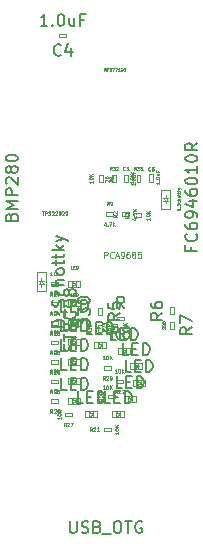
<source format=gbr>
G04 #@! TF.FileFunction,Other,Fab,Top*
%FSLAX46Y46*%
G04 Gerber Fmt 4.6, Leading zero omitted, Abs format (unit mm)*
G04 Created by KiCad (PCBNEW 4.0.5) date 07/06/17 21:13:05*
%MOMM*%
%LPD*%
G01*
G04 APERTURE LIST*
%ADD10C,0.100000*%
%ADD11C,0.075000*%
%ADD12C,0.150000*%
%ADD13C,0.062500*%
%ADD14C,0.125000*%
%ADD15C,0.063500*%
G04 APERTURE END LIST*
D10*
X139342000Y-92248000D02*
X139042000Y-92248000D01*
X139342000Y-91648000D02*
X139342000Y-92248000D01*
X139042000Y-91648000D02*
X139342000Y-91648000D01*
X139042000Y-92248000D02*
X139042000Y-91648000D01*
X137183000Y-93291000D02*
X137183000Y-92891000D01*
X137183000Y-93091000D02*
X136883000Y-93291000D01*
X136883000Y-92891000D02*
X137183000Y-93091000D01*
X136883000Y-93291000D02*
X136883000Y-92891000D01*
X136533000Y-92841000D02*
X137533000Y-92841000D01*
X136533000Y-93341000D02*
X136533000Y-92841000D01*
X137533000Y-93341000D02*
X136533000Y-93341000D01*
X137533000Y-92841000D02*
X137533000Y-93341000D01*
X137183000Y-88338000D02*
X137183000Y-87938000D01*
X137183000Y-88138000D02*
X136883000Y-88338000D01*
X136883000Y-87938000D02*
X137183000Y-88138000D01*
X136883000Y-88338000D02*
X136883000Y-87938000D01*
X136533000Y-87888000D02*
X137533000Y-87888000D01*
X136533000Y-88388000D02*
X136533000Y-87888000D01*
X137533000Y-88388000D02*
X136533000Y-88388000D01*
X137533000Y-87888000D02*
X137533000Y-88388000D01*
X139169000Y-78897200D02*
X139469000Y-78897200D01*
X139169000Y-79497200D02*
X139169000Y-78897200D01*
X139469000Y-79497200D02*
X139169000Y-79497200D01*
X139469000Y-78897200D02*
X139469000Y-79497200D01*
X134239000Y-88160200D02*
X134239000Y-88360200D01*
X134239000Y-87860200D02*
X134239000Y-87660200D01*
X134439000Y-87860200D02*
X134039000Y-87860200D01*
X134039000Y-88160200D02*
X134439000Y-88160200D01*
X134239000Y-87860200D02*
X134039000Y-88160200D01*
X134439000Y-88160200D02*
X134239000Y-87860200D01*
X133839000Y-87160200D02*
X134639000Y-87160200D01*
X133839000Y-88760200D02*
X133839000Y-87160200D01*
X134639000Y-88760200D02*
X133839000Y-88760200D01*
X134639000Y-87160200D02*
X134639000Y-88760200D01*
X144780000Y-80826000D02*
X144780000Y-80626000D01*
X144780000Y-81126000D02*
X144780000Y-81326000D01*
X144580000Y-81126000D02*
X144980000Y-81126000D01*
X144980000Y-80826000D02*
X144580000Y-80826000D01*
X144780000Y-81126000D02*
X144980000Y-80826000D01*
X144580000Y-80826000D02*
X144780000Y-81126000D01*
X145180000Y-81826000D02*
X144380000Y-81826000D01*
X145180000Y-80226000D02*
X145180000Y-81826000D01*
X144380000Y-80226000D02*
X145180000Y-80226000D01*
X144380000Y-81826000D02*
X144380000Y-80226000D01*
X141551800Y-79522600D02*
X141251800Y-79522600D01*
X141551800Y-78922600D02*
X141551800Y-79522600D01*
X141251800Y-78922600D02*
X141551800Y-78922600D01*
X141251800Y-79522600D02*
X141251800Y-78922600D01*
X136367800Y-66956800D02*
X136367800Y-67256800D01*
X135767800Y-66956800D02*
X136367800Y-66956800D01*
X135767800Y-67256800D02*
X135767800Y-66956800D01*
X136367800Y-67256800D02*
X135767800Y-67256800D01*
X143685400Y-79471800D02*
X143385400Y-79471800D01*
X143685400Y-78871800D02*
X143685400Y-79471800D01*
X143385400Y-78871800D02*
X143685400Y-78871800D01*
X143385400Y-79471800D02*
X143385400Y-78871800D01*
X141676400Y-82090120D02*
X141676400Y-82390120D01*
X141076400Y-82090120D02*
X141676400Y-82090120D01*
X141076400Y-82390120D02*
X141076400Y-82090120D01*
X141676400Y-82390120D02*
X141076400Y-82390120D01*
X142692400Y-82171400D02*
X142692400Y-82471400D01*
X142092400Y-82171400D02*
X142692400Y-82171400D01*
X142092400Y-82471400D02*
X142092400Y-82171400D01*
X142692400Y-82471400D02*
X142092400Y-82471400D01*
X135682000Y-87988000D02*
X135682000Y-88288000D01*
X135082000Y-87988000D02*
X135682000Y-87988000D01*
X135082000Y-88288000D02*
X135082000Y-87988000D01*
X135682000Y-88288000D02*
X135082000Y-88288000D01*
X135682000Y-91290000D02*
X135682000Y-91590000D01*
X135082000Y-91290000D02*
X135682000Y-91290000D01*
X135082000Y-91590000D02*
X135082000Y-91290000D01*
X135682000Y-91590000D02*
X135082000Y-91590000D01*
X135682000Y-94592000D02*
X135682000Y-94892000D01*
X135082000Y-94592000D02*
X135682000Y-94592000D01*
X135082000Y-94892000D02*
X135082000Y-94592000D01*
X135682000Y-94892000D02*
X135082000Y-94892000D01*
X135682000Y-97894000D02*
X135682000Y-98194000D01*
X135082000Y-97894000D02*
X135682000Y-97894000D01*
X135082000Y-98194000D02*
X135082000Y-97894000D01*
X135682000Y-98194000D02*
X135082000Y-98194000D01*
X140177800Y-100307000D02*
X140177800Y-100607000D01*
X139577800Y-100307000D02*
X140177800Y-100307000D01*
X139577800Y-100607000D02*
X139577800Y-100307000D01*
X140177800Y-100607000D02*
X139577800Y-100607000D01*
X141143000Y-96243000D02*
X141143000Y-96543000D01*
X140543000Y-96243000D02*
X141143000Y-96243000D01*
X140543000Y-96543000D02*
X140543000Y-96243000D01*
X141143000Y-96543000D02*
X140543000Y-96543000D01*
X140612000Y-92095600D02*
X140312000Y-92095600D01*
X140612000Y-91495600D02*
X140612000Y-92095600D01*
X140312000Y-91495600D02*
X140612000Y-91495600D01*
X140312000Y-92095600D02*
X140312000Y-91495600D01*
X135682000Y-89639000D02*
X135682000Y-89939000D01*
X135082000Y-89639000D02*
X135682000Y-89639000D01*
X135082000Y-89939000D02*
X135082000Y-89639000D01*
X135682000Y-89939000D02*
X135082000Y-89939000D01*
X135682000Y-92941000D02*
X135682000Y-93241000D01*
X135082000Y-92941000D02*
X135682000Y-92941000D01*
X135082000Y-93241000D02*
X135082000Y-92941000D01*
X135682000Y-93241000D02*
X135082000Y-93241000D01*
X135682000Y-96243000D02*
X135682000Y-96543000D01*
X135082000Y-96243000D02*
X135682000Y-96243000D01*
X135082000Y-96543000D02*
X135082000Y-96243000D01*
X135682000Y-96543000D02*
X135082000Y-96543000D01*
X136825000Y-99037000D02*
X136825000Y-99337000D01*
X136225000Y-99037000D02*
X136825000Y-99037000D01*
X136225000Y-99337000D02*
X136225000Y-99037000D01*
X136825000Y-99337000D02*
X136225000Y-99337000D01*
X140508000Y-97513000D02*
X140508000Y-97813000D01*
X139908000Y-97513000D02*
X140508000Y-97513000D01*
X139908000Y-97813000D02*
X139908000Y-97513000D01*
X140508000Y-97813000D02*
X139908000Y-97813000D01*
X140127000Y-95100000D02*
X140127000Y-95400000D01*
X139527000Y-95100000D02*
X140127000Y-95100000D01*
X139527000Y-95400000D02*
X139527000Y-95100000D01*
X140127000Y-95400000D02*
X139527000Y-95400000D01*
X142618600Y-79497200D02*
X142318600Y-79497200D01*
X142618600Y-78897200D02*
X142618600Y-79497200D01*
X142318600Y-78897200D02*
X142618600Y-78897200D01*
X142318600Y-79497200D02*
X142318600Y-78897200D01*
X140535800Y-79497200D02*
X140235800Y-79497200D01*
X140535800Y-78897200D02*
X140535800Y-79497200D01*
X140235800Y-78897200D02*
X140535800Y-78897200D01*
X140235800Y-79497200D02*
X140235800Y-78897200D01*
X139042000Y-90174800D02*
X139342000Y-90174800D01*
X139042000Y-90774800D02*
X139042000Y-90174800D01*
X139342000Y-90774800D02*
X139042000Y-90774800D01*
X139342000Y-90174800D02*
X139342000Y-90774800D01*
X145438000Y-90724000D02*
X145138000Y-90724000D01*
X145438000Y-90124000D02*
X145438000Y-90724000D01*
X145138000Y-90124000D02*
X145438000Y-90124000D01*
X145138000Y-90724000D02*
X145138000Y-90124000D01*
X145138000Y-91343200D02*
X145438000Y-91343200D01*
X145138000Y-91943200D02*
X145138000Y-91343200D01*
X145438000Y-91943200D02*
X145138000Y-91943200D01*
X145438000Y-91343200D02*
X145438000Y-91943200D01*
X141244600Y-90909000D02*
X141244600Y-91209000D01*
X140644600Y-90909000D02*
X141244600Y-90909000D01*
X140644600Y-91209000D02*
X140644600Y-90909000D01*
X141244600Y-91209000D02*
X140644600Y-91209000D01*
X139709880Y-82349480D02*
X139709880Y-82049480D01*
X140309880Y-82349480D02*
X139709880Y-82349480D01*
X140309880Y-82049480D02*
X140309880Y-82349480D01*
X139709880Y-82049480D02*
X140309880Y-82049480D01*
X137183000Y-91640000D02*
X137183000Y-91240000D01*
X137183000Y-91440000D02*
X136883000Y-91640000D01*
X136883000Y-91240000D02*
X137183000Y-91440000D01*
X136883000Y-91640000D02*
X136883000Y-91240000D01*
X136533000Y-91190000D02*
X137533000Y-91190000D01*
X136533000Y-91690000D02*
X136533000Y-91190000D01*
X137533000Y-91690000D02*
X136533000Y-91690000D01*
X137533000Y-91190000D02*
X137533000Y-91690000D01*
X137183000Y-94942000D02*
X137183000Y-94542000D01*
X137183000Y-94742000D02*
X136883000Y-94942000D01*
X136883000Y-94542000D02*
X137183000Y-94742000D01*
X136883000Y-94942000D02*
X136883000Y-94542000D01*
X136533000Y-94492000D02*
X137533000Y-94492000D01*
X136533000Y-94992000D02*
X136533000Y-94492000D01*
X137533000Y-94992000D02*
X136533000Y-94992000D01*
X137533000Y-94492000D02*
X137533000Y-94992000D01*
X137183000Y-98244000D02*
X137183000Y-97844000D01*
X137183000Y-98044000D02*
X136883000Y-98244000D01*
X136883000Y-97844000D02*
X137183000Y-98044000D01*
X136883000Y-98244000D02*
X136883000Y-97844000D01*
X136533000Y-97794000D02*
X137533000Y-97794000D01*
X136533000Y-98294000D02*
X136533000Y-97794000D01*
X137533000Y-98294000D02*
X136533000Y-98294000D01*
X137533000Y-97794000D02*
X137533000Y-98294000D01*
X140866000Y-99387000D02*
X140866000Y-98987000D01*
X140866000Y-99187000D02*
X140566000Y-99387000D01*
X140566000Y-98987000D02*
X140866000Y-99187000D01*
X140566000Y-99387000D02*
X140566000Y-98987000D01*
X140216000Y-98937000D02*
X141216000Y-98937000D01*
X140216000Y-99437000D02*
X140216000Y-98937000D01*
X141216000Y-99437000D02*
X140216000Y-99437000D01*
X141216000Y-98937000D02*
X141216000Y-99437000D01*
X142644000Y-96720000D02*
X142644000Y-96320000D01*
X142644000Y-96520000D02*
X142344000Y-96720000D01*
X142344000Y-96320000D02*
X142644000Y-96520000D01*
X142344000Y-96720000D02*
X142344000Y-96320000D01*
X141994000Y-96270000D02*
X142994000Y-96270000D01*
X141994000Y-96770000D02*
X141994000Y-96270000D01*
X142994000Y-96770000D02*
X141994000Y-96770000D01*
X142994000Y-96270000D02*
X142994000Y-96770000D01*
X141374000Y-94053000D02*
X141374000Y-93653000D01*
X141374000Y-93853000D02*
X141074000Y-94053000D01*
X141074000Y-93653000D02*
X141374000Y-93853000D01*
X141074000Y-94053000D02*
X141074000Y-93653000D01*
X140724000Y-93603000D02*
X141724000Y-93603000D01*
X140724000Y-94103000D02*
X140724000Y-93603000D01*
X141724000Y-94103000D02*
X140724000Y-94103000D01*
X141724000Y-93603000D02*
X141724000Y-94103000D01*
X137183000Y-89989000D02*
X137183000Y-89589000D01*
X137183000Y-89789000D02*
X136883000Y-89989000D01*
X136883000Y-89589000D02*
X137183000Y-89789000D01*
X136883000Y-89989000D02*
X136883000Y-89589000D01*
X136533000Y-89539000D02*
X137533000Y-89539000D01*
X136533000Y-90039000D02*
X136533000Y-89539000D01*
X137533000Y-90039000D02*
X136533000Y-90039000D01*
X137533000Y-89539000D02*
X137533000Y-90039000D01*
X137183000Y-96593000D02*
X137183000Y-96193000D01*
X137183000Y-96393000D02*
X136883000Y-96593000D01*
X136883000Y-96193000D02*
X137183000Y-96393000D01*
X136883000Y-96593000D02*
X136883000Y-96193000D01*
X136533000Y-96143000D02*
X137533000Y-96143000D01*
X136533000Y-96643000D02*
X136533000Y-96143000D01*
X137533000Y-96643000D02*
X136533000Y-96643000D01*
X137533000Y-96143000D02*
X137533000Y-96643000D01*
X138580000Y-99387000D02*
X138580000Y-98987000D01*
X138580000Y-99187000D02*
X138280000Y-99387000D01*
X138280000Y-98987000D02*
X138580000Y-99187000D01*
X138280000Y-99387000D02*
X138280000Y-98987000D01*
X137930000Y-98937000D02*
X138930000Y-98937000D01*
X137930000Y-99437000D02*
X137930000Y-98937000D01*
X138930000Y-99437000D02*
X137930000Y-99437000D01*
X138930000Y-98937000D02*
X138930000Y-99437000D01*
X141882000Y-98117000D02*
X141882000Y-97717000D01*
X141882000Y-97917000D02*
X141582000Y-98117000D01*
X141582000Y-97717000D02*
X141882000Y-97917000D01*
X141582000Y-98117000D02*
X141582000Y-97717000D01*
X141232000Y-97667000D02*
X142232000Y-97667000D01*
X141232000Y-98167000D02*
X141232000Y-97667000D01*
X142232000Y-98167000D02*
X141232000Y-98167000D01*
X142232000Y-97667000D02*
X142232000Y-98167000D01*
X142390000Y-95323000D02*
X142390000Y-94923000D01*
X142390000Y-95123000D02*
X142090000Y-95323000D01*
X142090000Y-94923000D02*
X142390000Y-95123000D01*
X142090000Y-95323000D02*
X142090000Y-94923000D01*
X141740000Y-94873000D02*
X142740000Y-94873000D01*
X141740000Y-95373000D02*
X141740000Y-94873000D01*
X142740000Y-95373000D02*
X141740000Y-95373000D01*
X142740000Y-94873000D02*
X142740000Y-95373000D01*
X139342000Y-93545000D02*
X139342000Y-93145000D01*
X139342000Y-93345000D02*
X139042000Y-93545000D01*
X139042000Y-93145000D02*
X139342000Y-93345000D01*
X139042000Y-93545000D02*
X139042000Y-93145000D01*
X138692000Y-93095000D02*
X139692000Y-93095000D01*
X138692000Y-93595000D02*
X138692000Y-93095000D01*
X139692000Y-93595000D02*
X138692000Y-93595000D01*
X139692000Y-93095000D02*
X139692000Y-93595000D01*
D11*
X140202714Y-92155143D02*
X140202714Y-92326571D01*
X140202714Y-92240857D02*
X139902714Y-92240857D01*
X139945571Y-92269428D01*
X139974143Y-92298000D01*
X139988429Y-92326571D01*
X139902714Y-91969429D02*
X139902714Y-91940857D01*
X139917000Y-91912286D01*
X139931286Y-91898000D01*
X139959857Y-91883714D01*
X140017000Y-91869429D01*
X140088429Y-91869429D01*
X140145571Y-91883714D01*
X140174143Y-91898000D01*
X140188429Y-91912286D01*
X140202714Y-91940857D01*
X140202714Y-91969429D01*
X140188429Y-91998000D01*
X140174143Y-92012286D01*
X140145571Y-92026571D01*
X140088429Y-92040857D01*
X140017000Y-92040857D01*
X139959857Y-92026571D01*
X139931286Y-92012286D01*
X139917000Y-91998000D01*
X139902714Y-91969429D01*
X140202714Y-91740857D02*
X139902714Y-91740857D01*
X140202714Y-91569429D02*
X140031286Y-91698000D01*
X139902714Y-91569429D02*
X140074143Y-91740857D01*
X138452714Y-92140857D02*
X138309857Y-92240857D01*
X138452714Y-92312285D02*
X138152714Y-92312285D01*
X138152714Y-92198000D01*
X138167000Y-92169428D01*
X138181286Y-92155143D01*
X138209857Y-92140857D01*
X138252714Y-92140857D01*
X138281286Y-92155143D01*
X138295571Y-92169428D01*
X138309857Y-92198000D01*
X138309857Y-92312285D01*
X138152714Y-92040857D02*
X138152714Y-91855143D01*
X138267000Y-91955143D01*
X138267000Y-91912285D01*
X138281286Y-91883714D01*
X138295571Y-91869428D01*
X138324143Y-91855143D01*
X138395571Y-91855143D01*
X138424143Y-91869428D01*
X138438429Y-91883714D01*
X138452714Y-91912285D01*
X138452714Y-91998000D01*
X138438429Y-92026571D01*
X138424143Y-92040857D01*
X138152714Y-91669429D02*
X138152714Y-91640857D01*
X138167000Y-91612286D01*
X138181286Y-91598000D01*
X138209857Y-91583714D01*
X138267000Y-91569429D01*
X138338429Y-91569429D01*
X138395571Y-91583714D01*
X138424143Y-91598000D01*
X138438429Y-91612286D01*
X138452714Y-91640857D01*
X138452714Y-91669429D01*
X138438429Y-91698000D01*
X138424143Y-91712286D01*
X138395571Y-91726571D01*
X138338429Y-91740857D01*
X138267000Y-91740857D01*
X138209857Y-91726571D01*
X138181286Y-91712286D01*
X138167000Y-91698000D01*
X138152714Y-91669429D01*
D12*
X136652381Y-108221381D02*
X136652381Y-109030905D01*
X136700000Y-109126143D01*
X136747619Y-109173762D01*
X136842857Y-109221381D01*
X137033334Y-109221381D01*
X137128572Y-109173762D01*
X137176191Y-109126143D01*
X137223810Y-109030905D01*
X137223810Y-108221381D01*
X137652381Y-109173762D02*
X137795238Y-109221381D01*
X138033334Y-109221381D01*
X138128572Y-109173762D01*
X138176191Y-109126143D01*
X138223810Y-109030905D01*
X138223810Y-108935667D01*
X138176191Y-108840429D01*
X138128572Y-108792810D01*
X138033334Y-108745190D01*
X137842857Y-108697571D01*
X137747619Y-108649952D01*
X137700000Y-108602333D01*
X137652381Y-108507095D01*
X137652381Y-108411857D01*
X137700000Y-108316619D01*
X137747619Y-108269000D01*
X137842857Y-108221381D01*
X138080953Y-108221381D01*
X138223810Y-108269000D01*
X138985715Y-108697571D02*
X139128572Y-108745190D01*
X139176191Y-108792810D01*
X139223810Y-108888048D01*
X139223810Y-109030905D01*
X139176191Y-109126143D01*
X139128572Y-109173762D01*
X139033334Y-109221381D01*
X138652381Y-109221381D01*
X138652381Y-108221381D01*
X138985715Y-108221381D01*
X139080953Y-108269000D01*
X139128572Y-108316619D01*
X139176191Y-108411857D01*
X139176191Y-108507095D01*
X139128572Y-108602333D01*
X139080953Y-108649952D01*
X138985715Y-108697571D01*
X138652381Y-108697571D01*
X139414286Y-109316619D02*
X140176191Y-109316619D01*
X140604762Y-108221381D02*
X140795239Y-108221381D01*
X140890477Y-108269000D01*
X140985715Y-108364238D01*
X141033334Y-108554714D01*
X141033334Y-108888048D01*
X140985715Y-109078524D01*
X140890477Y-109173762D01*
X140795239Y-109221381D01*
X140604762Y-109221381D01*
X140509524Y-109173762D01*
X140414286Y-109078524D01*
X140366667Y-108888048D01*
X140366667Y-108554714D01*
X140414286Y-108364238D01*
X140509524Y-108269000D01*
X140604762Y-108221381D01*
X141319048Y-108221381D02*
X141890477Y-108221381D01*
X141604762Y-109221381D02*
X141604762Y-108221381D01*
X142747620Y-108269000D02*
X142652382Y-108221381D01*
X142509525Y-108221381D01*
X142366667Y-108269000D01*
X142271429Y-108364238D01*
X142223810Y-108459476D01*
X142176191Y-108649952D01*
X142176191Y-108792810D01*
X142223810Y-108983286D01*
X142271429Y-109078524D01*
X142366667Y-109173762D01*
X142509525Y-109221381D01*
X142604763Y-109221381D01*
X142747620Y-109173762D01*
X142795239Y-109126143D01*
X142795239Y-108792810D01*
X142604763Y-108792810D01*
X136390143Y-92143381D02*
X135913952Y-92143381D01*
X135913952Y-91143381D01*
X136723476Y-91619571D02*
X137056810Y-91619571D01*
X137199667Y-92143381D02*
X136723476Y-92143381D01*
X136723476Y-91143381D01*
X137199667Y-91143381D01*
X137628238Y-92143381D02*
X137628238Y-91143381D01*
X137866333Y-91143381D01*
X138009191Y-91191000D01*
X138104429Y-91286238D01*
X138152048Y-91381476D01*
X138199667Y-91571952D01*
X138199667Y-91714810D01*
X138152048Y-91905286D01*
X138104429Y-92000524D01*
X138009191Y-92095762D01*
X137866333Y-92143381D01*
X137628238Y-92143381D01*
D13*
X136872286Y-86851095D02*
X136753239Y-86851095D01*
X136753239Y-86601095D01*
X136955620Y-86720143D02*
X137038953Y-86720143D01*
X137074667Y-86851095D02*
X136955620Y-86851095D01*
X136955620Y-86601095D01*
X137074667Y-86601095D01*
X137181810Y-86851095D02*
X137181810Y-86601095D01*
X137241334Y-86601095D01*
X137277048Y-86613000D01*
X137300857Y-86636810D01*
X137312762Y-86660619D01*
X137324667Y-86708238D01*
X137324667Y-86743952D01*
X137312762Y-86791571D01*
X137300857Y-86815381D01*
X137277048Y-86839190D01*
X137241334Y-86851095D01*
X137181810Y-86851095D01*
D11*
X134289144Y-82004714D02*
X134460573Y-82004714D01*
X134374859Y-82304714D02*
X134374859Y-82004714D01*
X134560573Y-82304714D02*
X134560573Y-82004714D01*
X134674858Y-82004714D01*
X134703430Y-82019000D01*
X134717715Y-82033286D01*
X134732001Y-82061857D01*
X134732001Y-82104714D01*
X134717715Y-82133286D01*
X134703430Y-82147571D01*
X134674858Y-82161857D01*
X134560573Y-82161857D01*
X134846287Y-82290429D02*
X134889144Y-82304714D01*
X134960573Y-82304714D01*
X134989144Y-82290429D01*
X135003430Y-82276143D01*
X135017715Y-82247571D01*
X135017715Y-82219000D01*
X135003430Y-82190429D01*
X134989144Y-82176143D01*
X134960573Y-82161857D01*
X134903430Y-82147571D01*
X134874858Y-82133286D01*
X134860573Y-82119000D01*
X134846287Y-82090429D01*
X134846287Y-82061857D01*
X134860573Y-82033286D01*
X134874858Y-82019000D01*
X134903430Y-82004714D01*
X134974858Y-82004714D01*
X135017715Y-82019000D01*
X135132001Y-82033286D02*
X135146287Y-82019000D01*
X135174858Y-82004714D01*
X135246287Y-82004714D01*
X135274858Y-82019000D01*
X135289144Y-82033286D01*
X135303429Y-82061857D01*
X135303429Y-82090429D01*
X135289144Y-82133286D01*
X135117715Y-82304714D01*
X135303429Y-82304714D01*
X135417715Y-82033286D02*
X135432001Y-82019000D01*
X135460572Y-82004714D01*
X135532001Y-82004714D01*
X135560572Y-82019000D01*
X135574858Y-82033286D01*
X135589143Y-82061857D01*
X135589143Y-82090429D01*
X135574858Y-82133286D01*
X135403429Y-82304714D01*
X135589143Y-82304714D01*
X135732000Y-82304714D02*
X135789143Y-82304714D01*
X135817715Y-82290429D01*
X135832000Y-82276143D01*
X135860572Y-82233286D01*
X135874857Y-82176143D01*
X135874857Y-82061857D01*
X135860572Y-82033286D01*
X135846286Y-82019000D01*
X135817715Y-82004714D01*
X135760572Y-82004714D01*
X135732000Y-82019000D01*
X135717715Y-82033286D01*
X135703429Y-82061857D01*
X135703429Y-82133286D01*
X135717715Y-82161857D01*
X135732000Y-82176143D01*
X135760572Y-82190429D01*
X135817715Y-82190429D01*
X135846286Y-82176143D01*
X135860572Y-82161857D01*
X135874857Y-82133286D01*
X135989143Y-82033286D02*
X136003429Y-82019000D01*
X136032000Y-82004714D01*
X136103429Y-82004714D01*
X136132000Y-82019000D01*
X136146286Y-82033286D01*
X136160571Y-82061857D01*
X136160571Y-82090429D01*
X136146286Y-82133286D01*
X135974857Y-82304714D01*
X136160571Y-82304714D01*
X136303428Y-82304714D02*
X136360571Y-82304714D01*
X136389143Y-82290429D01*
X136403428Y-82276143D01*
X136432000Y-82233286D01*
X136446285Y-82176143D01*
X136446285Y-82061857D01*
X136432000Y-82033286D01*
X136417714Y-82019000D01*
X136389143Y-82004714D01*
X136332000Y-82004714D01*
X136303428Y-82019000D01*
X136289143Y-82033286D01*
X136274857Y-82061857D01*
X136274857Y-82133286D01*
X136289143Y-82161857D01*
X136303428Y-82176143D01*
X136332000Y-82190429D01*
X136389143Y-82190429D01*
X136417714Y-82176143D01*
X136432000Y-82161857D01*
X136446285Y-82133286D01*
D12*
X131707571Y-82438571D02*
X131755190Y-82295714D01*
X131802810Y-82248095D01*
X131898048Y-82200476D01*
X132040905Y-82200476D01*
X132136143Y-82248095D01*
X132183762Y-82295714D01*
X132231381Y-82390952D01*
X132231381Y-82771905D01*
X131231381Y-82771905D01*
X131231381Y-82438571D01*
X131279000Y-82343333D01*
X131326619Y-82295714D01*
X131421857Y-82248095D01*
X131517095Y-82248095D01*
X131612333Y-82295714D01*
X131659952Y-82343333D01*
X131707571Y-82438571D01*
X131707571Y-82771905D01*
X132231381Y-81771905D02*
X131231381Y-81771905D01*
X131945667Y-81438571D01*
X131231381Y-81105238D01*
X132231381Y-81105238D01*
X132231381Y-80629048D02*
X131231381Y-80629048D01*
X131231381Y-80248095D01*
X131279000Y-80152857D01*
X131326619Y-80105238D01*
X131421857Y-80057619D01*
X131564714Y-80057619D01*
X131659952Y-80105238D01*
X131707571Y-80152857D01*
X131755190Y-80248095D01*
X131755190Y-80629048D01*
X131326619Y-79676667D02*
X131279000Y-79629048D01*
X131231381Y-79533810D01*
X131231381Y-79295714D01*
X131279000Y-79200476D01*
X131326619Y-79152857D01*
X131421857Y-79105238D01*
X131517095Y-79105238D01*
X131659952Y-79152857D01*
X132231381Y-79724286D01*
X132231381Y-79105238D01*
X131659952Y-78533810D02*
X131612333Y-78629048D01*
X131564714Y-78676667D01*
X131469476Y-78724286D01*
X131421857Y-78724286D01*
X131326619Y-78676667D01*
X131279000Y-78629048D01*
X131231381Y-78533810D01*
X131231381Y-78343333D01*
X131279000Y-78248095D01*
X131326619Y-78200476D01*
X131421857Y-78152857D01*
X131469476Y-78152857D01*
X131564714Y-78200476D01*
X131612333Y-78248095D01*
X131659952Y-78343333D01*
X131659952Y-78533810D01*
X131707571Y-78629048D01*
X131755190Y-78676667D01*
X131850429Y-78724286D01*
X132040905Y-78724286D01*
X132136143Y-78676667D01*
X132183762Y-78629048D01*
X132231381Y-78533810D01*
X132231381Y-78343333D01*
X132183762Y-78248095D01*
X132136143Y-78200476D01*
X132040905Y-78152857D01*
X131850429Y-78152857D01*
X131755190Y-78200476D01*
X131707571Y-78248095D01*
X131659952Y-78343333D01*
X131231381Y-77533810D02*
X131231381Y-77438571D01*
X131279000Y-77343333D01*
X131326619Y-77295714D01*
X131421857Y-77248095D01*
X131612333Y-77200476D01*
X131850429Y-77200476D01*
X132040905Y-77248095D01*
X132136143Y-77295714D01*
X132183762Y-77343333D01*
X132231381Y-77438571D01*
X132231381Y-77533810D01*
X132183762Y-77629048D01*
X132136143Y-77676667D01*
X132040905Y-77724286D01*
X131850429Y-77771905D01*
X131612333Y-77771905D01*
X131421857Y-77724286D01*
X131326619Y-77676667D01*
X131279000Y-77629048D01*
X131231381Y-77533810D01*
D11*
X138579714Y-79404343D02*
X138579714Y-79575771D01*
X138579714Y-79490057D02*
X138279714Y-79490057D01*
X138322571Y-79518628D01*
X138351143Y-79547200D01*
X138365429Y-79575771D01*
X138279714Y-79218629D02*
X138279714Y-79190057D01*
X138294000Y-79161486D01*
X138308286Y-79147200D01*
X138336857Y-79132914D01*
X138394000Y-79118629D01*
X138465429Y-79118629D01*
X138522571Y-79132914D01*
X138551143Y-79147200D01*
X138565429Y-79161486D01*
X138579714Y-79190057D01*
X138579714Y-79218629D01*
X138565429Y-79247200D01*
X138551143Y-79261486D01*
X138522571Y-79275771D01*
X138465429Y-79290057D01*
X138394000Y-79290057D01*
X138336857Y-79275771D01*
X138308286Y-79261486D01*
X138294000Y-79247200D01*
X138279714Y-79218629D01*
X138579714Y-78990057D02*
X138279714Y-78990057D01*
X138579714Y-78818629D02*
X138408286Y-78947200D01*
X138279714Y-78818629D02*
X138451143Y-78990057D01*
X140329714Y-79247200D02*
X140186857Y-79347200D01*
X140329714Y-79418628D02*
X140029714Y-79418628D01*
X140029714Y-79304343D01*
X140044000Y-79275771D01*
X140058286Y-79261486D01*
X140086857Y-79247200D01*
X140129714Y-79247200D01*
X140158286Y-79261486D01*
X140172571Y-79275771D01*
X140186857Y-79304343D01*
X140186857Y-79418628D01*
X140329714Y-78961486D02*
X140329714Y-79132914D01*
X140329714Y-79047200D02*
X140029714Y-79047200D01*
X140072571Y-79075771D01*
X140101143Y-79104343D01*
X140115429Y-79132914D01*
D12*
X136191381Y-91769725D02*
X135191381Y-91769725D01*
X135191381Y-91531630D01*
X135239000Y-91388772D01*
X135334238Y-91293534D01*
X135429476Y-91245915D01*
X135619952Y-91198296D01*
X135762810Y-91198296D01*
X135953286Y-91245915D01*
X136048524Y-91293534D01*
X136143762Y-91388772D01*
X136191381Y-91531630D01*
X136191381Y-91769725D01*
X136286619Y-91007820D02*
X136286619Y-90245915D01*
X136143762Y-90055439D02*
X136191381Y-89912582D01*
X136191381Y-89674486D01*
X136143762Y-89579248D01*
X136096143Y-89531629D01*
X136000905Y-89484010D01*
X135905667Y-89484010D01*
X135810429Y-89531629D01*
X135762810Y-89579248D01*
X135715190Y-89674486D01*
X135667571Y-89864963D01*
X135619952Y-89960201D01*
X135572333Y-90007820D01*
X135477095Y-90055439D01*
X135381857Y-90055439D01*
X135286619Y-90007820D01*
X135239000Y-89960201D01*
X135191381Y-89864963D01*
X135191381Y-89626867D01*
X135239000Y-89484010D01*
X136143762Y-88626867D02*
X136191381Y-88722105D01*
X136191381Y-88912582D01*
X136143762Y-89007820D01*
X136096143Y-89055439D01*
X136000905Y-89103058D01*
X135715190Y-89103058D01*
X135619952Y-89055439D01*
X135572333Y-89007820D01*
X135524714Y-88912582D01*
X135524714Y-88722105D01*
X135572333Y-88626867D01*
X136191381Y-88198296D02*
X135191381Y-88198296D01*
X136191381Y-87769724D02*
X135667571Y-87769724D01*
X135572333Y-87817343D01*
X135524714Y-87912581D01*
X135524714Y-88055439D01*
X135572333Y-88150677D01*
X135619952Y-88198296D01*
X136191381Y-87150677D02*
X136143762Y-87245915D01*
X136096143Y-87293534D01*
X136000905Y-87341153D01*
X135715190Y-87341153D01*
X135619952Y-87293534D01*
X135572333Y-87245915D01*
X135524714Y-87150677D01*
X135524714Y-87007819D01*
X135572333Y-86912581D01*
X135619952Y-86864962D01*
X135715190Y-86817343D01*
X136000905Y-86817343D01*
X136096143Y-86864962D01*
X136143762Y-86912581D01*
X136191381Y-87007819D01*
X136191381Y-87150677D01*
X135524714Y-86531629D02*
X135524714Y-86150677D01*
X135191381Y-86388772D02*
X136048524Y-86388772D01*
X136143762Y-86341153D01*
X136191381Y-86245915D01*
X136191381Y-86150677D01*
X135524714Y-85960200D02*
X135524714Y-85579248D01*
X135191381Y-85817343D02*
X136048524Y-85817343D01*
X136143762Y-85769724D01*
X136191381Y-85674486D01*
X136191381Y-85579248D01*
X136191381Y-85245914D02*
X135191381Y-85245914D01*
X135810429Y-85150676D02*
X136191381Y-84864961D01*
X135524714Y-84864961D02*
X135905667Y-85245914D01*
X135524714Y-84531628D02*
X136191381Y-84293533D01*
X135524714Y-84055437D02*
X136191381Y-84293533D01*
X136429476Y-84388771D01*
X136477095Y-84436390D01*
X136524714Y-84531628D01*
D13*
X145972595Y-81914880D02*
X145722595Y-81914880D01*
X145722595Y-81855356D01*
X145734500Y-81819642D01*
X145758310Y-81795833D01*
X145782119Y-81783928D01*
X145829738Y-81772023D01*
X145865452Y-81772023D01*
X145913071Y-81783928D01*
X145936881Y-81795833D01*
X145960690Y-81819642D01*
X145972595Y-81855356D01*
X145972595Y-81914880D01*
X145996405Y-81724404D02*
X145996405Y-81533928D01*
X145960690Y-81486309D02*
X145972595Y-81450595D01*
X145972595Y-81391071D01*
X145960690Y-81367261D01*
X145948786Y-81355357D01*
X145924976Y-81343452D01*
X145901167Y-81343452D01*
X145877357Y-81355357D01*
X145865452Y-81367261D01*
X145853548Y-81391071D01*
X145841643Y-81438690D01*
X145829738Y-81462499D01*
X145817833Y-81474404D01*
X145794024Y-81486309D01*
X145770214Y-81486309D01*
X145746405Y-81474404D01*
X145734500Y-81462499D01*
X145722595Y-81438690D01*
X145722595Y-81379166D01*
X145734500Y-81343452D01*
X145960690Y-81129166D02*
X145972595Y-81152976D01*
X145972595Y-81200595D01*
X145960690Y-81224404D01*
X145948786Y-81236309D01*
X145924976Y-81248214D01*
X145853548Y-81248214D01*
X145829738Y-81236309D01*
X145817833Y-81224404D01*
X145805929Y-81200595D01*
X145805929Y-81152976D01*
X145817833Y-81129166D01*
X145972595Y-81022023D02*
X145722595Y-81022023D01*
X145972595Y-80914880D02*
X145841643Y-80914880D01*
X145817833Y-80926785D01*
X145805929Y-80950595D01*
X145805929Y-80986309D01*
X145817833Y-81010118D01*
X145829738Y-81022023D01*
X145972595Y-80760119D02*
X145960690Y-80783928D01*
X145948786Y-80795833D01*
X145924976Y-80807738D01*
X145853548Y-80807738D01*
X145829738Y-80795833D01*
X145817833Y-80783928D01*
X145805929Y-80760119D01*
X145805929Y-80724405D01*
X145817833Y-80700595D01*
X145829738Y-80688690D01*
X145853548Y-80676786D01*
X145924976Y-80676786D01*
X145948786Y-80688690D01*
X145960690Y-80700595D01*
X145972595Y-80724405D01*
X145972595Y-80760119D01*
X145805929Y-80605357D02*
X145805929Y-80510119D01*
X145722595Y-80569643D02*
X145936881Y-80569643D01*
X145960690Y-80557738D01*
X145972595Y-80533929D01*
X145972595Y-80510119D01*
X145805929Y-80462500D02*
X145805929Y-80367262D01*
X145722595Y-80426786D02*
X145936881Y-80426786D01*
X145960690Y-80414881D01*
X145972595Y-80391072D01*
X145972595Y-80367262D01*
X145972595Y-80283929D02*
X145722595Y-80283929D01*
X145877357Y-80260120D02*
X145972595Y-80188691D01*
X145805929Y-80188691D02*
X145901167Y-80283929D01*
X145805929Y-80105358D02*
X145972595Y-80045834D01*
X145805929Y-79986310D02*
X145972595Y-80045834D01*
X146032119Y-80069643D01*
X146044024Y-80081548D01*
X146055929Y-80105358D01*
X139712001Y-70090095D02*
X139628668Y-69971048D01*
X139569144Y-70090095D02*
X139569144Y-69840095D01*
X139664382Y-69840095D01*
X139688191Y-69852000D01*
X139700096Y-69863905D01*
X139712001Y-69887714D01*
X139712001Y-69923429D01*
X139700096Y-69947238D01*
X139688191Y-69959143D01*
X139664382Y-69971048D01*
X139569144Y-69971048D01*
X139902477Y-69959143D02*
X139819144Y-69959143D01*
X139819144Y-70090095D02*
X139819144Y-69840095D01*
X139938191Y-69840095D01*
X140033430Y-70090095D02*
X140033430Y-69840095D01*
X140092954Y-69840095D01*
X140128668Y-69852000D01*
X140152477Y-69875810D01*
X140164382Y-69899619D01*
X140176287Y-69947238D01*
X140176287Y-69982952D01*
X140164382Y-70030571D01*
X140152477Y-70054381D01*
X140128668Y-70078190D01*
X140092954Y-70090095D01*
X140033430Y-70090095D01*
X140259620Y-69840095D02*
X140426287Y-69840095D01*
X140319144Y-70090095D01*
X140497715Y-69840095D02*
X140664382Y-69840095D01*
X140557239Y-70090095D01*
X140890572Y-70090095D02*
X140747715Y-70090095D01*
X140819144Y-70090095D02*
X140819144Y-69840095D01*
X140795334Y-69875810D01*
X140771525Y-69899619D01*
X140747715Y-69911524D01*
X141045334Y-69840095D02*
X141069143Y-69840095D01*
X141092953Y-69852000D01*
X141104858Y-69863905D01*
X141116762Y-69887714D01*
X141128667Y-69935333D01*
X141128667Y-69994857D01*
X141116762Y-70042476D01*
X141104858Y-70066286D01*
X141092953Y-70078190D01*
X141069143Y-70090095D01*
X141045334Y-70090095D01*
X141021524Y-70078190D01*
X141009620Y-70066286D01*
X140997715Y-70042476D01*
X140985810Y-69994857D01*
X140985810Y-69935333D01*
X140997715Y-69887714D01*
X141009620Y-69863905D01*
X141021524Y-69852000D01*
X141045334Y-69840095D01*
X141366762Y-70090095D02*
X141223905Y-70090095D01*
X141295334Y-70090095D02*
X141295334Y-69840095D01*
X141271524Y-69875810D01*
X141247715Y-69899619D01*
X141223905Y-69911524D01*
D11*
X142172514Y-79615457D02*
X142172514Y-79786885D01*
X142172514Y-79701171D02*
X141872514Y-79701171D01*
X141915371Y-79729742D01*
X141943943Y-79758314D01*
X141958229Y-79786885D01*
X142143943Y-79486885D02*
X142158229Y-79472600D01*
X142172514Y-79486885D01*
X142158229Y-79501171D01*
X142143943Y-79486885D01*
X142172514Y-79486885D01*
X141872514Y-79286886D02*
X141872514Y-79258314D01*
X141886800Y-79229743D01*
X141901086Y-79215457D01*
X141929657Y-79201171D01*
X141986800Y-79186886D01*
X142058229Y-79186886D01*
X142115371Y-79201171D01*
X142143943Y-79215457D01*
X142158229Y-79229743D01*
X142172514Y-79258314D01*
X142172514Y-79286886D01*
X142158229Y-79315457D01*
X142143943Y-79329743D01*
X142115371Y-79344028D01*
X142058229Y-79358314D01*
X141986800Y-79358314D01*
X141929657Y-79344028D01*
X141901086Y-79329743D01*
X141886800Y-79315457D01*
X141872514Y-79286886D01*
X141972514Y-78929743D02*
X142172514Y-78929743D01*
X141972514Y-79058314D02*
X142129657Y-79058314D01*
X142158229Y-79044029D01*
X142172514Y-79015457D01*
X142172514Y-78972600D01*
X142158229Y-78944029D01*
X142143943Y-78929743D01*
X142015371Y-78686885D02*
X142015371Y-78786885D01*
X142172514Y-78786885D02*
X141872514Y-78786885D01*
X141872514Y-78644028D01*
X141351800Y-78504243D02*
X141337514Y-78518529D01*
X141294657Y-78532814D01*
X141266086Y-78532814D01*
X141223229Y-78518529D01*
X141194657Y-78489957D01*
X141180372Y-78461386D01*
X141166086Y-78404243D01*
X141166086Y-78361386D01*
X141180372Y-78304243D01*
X141194657Y-78275671D01*
X141223229Y-78247100D01*
X141266086Y-78232814D01*
X141294657Y-78232814D01*
X141337514Y-78247100D01*
X141351800Y-78261386D01*
X141637514Y-78532814D02*
X141466086Y-78532814D01*
X141551800Y-78532814D02*
X141551800Y-78232814D01*
X141523229Y-78275671D01*
X141494657Y-78304243D01*
X141466086Y-78318529D01*
D12*
X134758277Y-66289181D02*
X134186848Y-66289181D01*
X134472562Y-66289181D02*
X134472562Y-65289181D01*
X134377324Y-65432038D01*
X134282086Y-65527276D01*
X134186848Y-65574895D01*
X135186848Y-66193943D02*
X135234467Y-66241562D01*
X135186848Y-66289181D01*
X135139229Y-66241562D01*
X135186848Y-66193943D01*
X135186848Y-66289181D01*
X135853514Y-65289181D02*
X135948753Y-65289181D01*
X136043991Y-65336800D01*
X136091610Y-65384419D01*
X136139229Y-65479657D01*
X136186848Y-65670133D01*
X136186848Y-65908229D01*
X136139229Y-66098705D01*
X136091610Y-66193943D01*
X136043991Y-66241562D01*
X135948753Y-66289181D01*
X135853514Y-66289181D01*
X135758276Y-66241562D01*
X135710657Y-66193943D01*
X135663038Y-66098705D01*
X135615419Y-65908229D01*
X135615419Y-65670133D01*
X135663038Y-65479657D01*
X135710657Y-65384419D01*
X135758276Y-65336800D01*
X135853514Y-65289181D01*
X137043991Y-65622514D02*
X137043991Y-66289181D01*
X136615419Y-65622514D02*
X136615419Y-66146324D01*
X136663038Y-66241562D01*
X136758276Y-66289181D01*
X136901134Y-66289181D01*
X136996372Y-66241562D01*
X137043991Y-66193943D01*
X137853515Y-65765371D02*
X137520181Y-65765371D01*
X137520181Y-66289181D02*
X137520181Y-65289181D01*
X137996372Y-65289181D01*
X135901134Y-68733943D02*
X135853515Y-68781562D01*
X135710658Y-68829181D01*
X135615420Y-68829181D01*
X135472562Y-68781562D01*
X135377324Y-68686324D01*
X135329705Y-68591086D01*
X135282086Y-68400610D01*
X135282086Y-68257752D01*
X135329705Y-68067276D01*
X135377324Y-67972038D01*
X135472562Y-67876800D01*
X135615420Y-67829181D01*
X135710658Y-67829181D01*
X135853515Y-67876800D01*
X135901134Y-67924419D01*
X136758277Y-68162514D02*
X136758277Y-68829181D01*
X136520181Y-67781562D02*
X136282086Y-68495848D01*
X136901134Y-68495848D01*
D11*
X144242614Y-79501157D02*
X144242614Y-79672585D01*
X144242614Y-79586871D02*
X143942614Y-79586871D01*
X143985471Y-79615442D01*
X144014043Y-79644014D01*
X144028329Y-79672585D01*
X144214043Y-79372585D02*
X144228329Y-79358300D01*
X144242614Y-79372585D01*
X144228329Y-79386871D01*
X144214043Y-79372585D01*
X144242614Y-79372585D01*
X143942614Y-79172586D02*
X143942614Y-79144014D01*
X143956900Y-79115443D01*
X143971186Y-79101157D01*
X143999757Y-79086871D01*
X144056900Y-79072586D01*
X144128329Y-79072586D01*
X144185471Y-79086871D01*
X144214043Y-79101157D01*
X144228329Y-79115443D01*
X144242614Y-79144014D01*
X144242614Y-79172586D01*
X144228329Y-79201157D01*
X144214043Y-79215443D01*
X144185471Y-79229728D01*
X144128329Y-79244014D01*
X144056900Y-79244014D01*
X143999757Y-79229728D01*
X143971186Y-79215443D01*
X143956900Y-79201157D01*
X143942614Y-79172586D01*
X144042614Y-78815443D02*
X144242614Y-78815443D01*
X144042614Y-78944014D02*
X144199757Y-78944014D01*
X144228329Y-78929729D01*
X144242614Y-78901157D01*
X144242614Y-78858300D01*
X144228329Y-78829729D01*
X144214043Y-78815443D01*
X144085471Y-78572585D02*
X144085471Y-78672585D01*
X144242614Y-78672585D02*
X143942614Y-78672585D01*
X143942614Y-78529728D01*
X143485400Y-78516943D02*
X143471114Y-78531229D01*
X143428257Y-78545514D01*
X143399686Y-78545514D01*
X143356829Y-78531229D01*
X143328257Y-78502657D01*
X143313972Y-78474086D01*
X143299686Y-78416943D01*
X143299686Y-78374086D01*
X143313972Y-78316943D01*
X143328257Y-78288371D01*
X143356829Y-78259800D01*
X143399686Y-78245514D01*
X143428257Y-78245514D01*
X143471114Y-78259800D01*
X143485400Y-78274086D01*
X143756829Y-78245514D02*
X143613972Y-78245514D01*
X143599686Y-78388371D01*
X143613972Y-78374086D01*
X143642543Y-78359800D01*
X143713972Y-78359800D01*
X143742543Y-78374086D01*
X143756829Y-78388371D01*
X143771114Y-78416943D01*
X143771114Y-78488371D01*
X143756829Y-78516943D01*
X143742543Y-78531229D01*
X143713972Y-78545514D01*
X143642543Y-78545514D01*
X143613972Y-78531229D01*
X143599686Y-78516943D01*
D14*
X139574783Y-85925790D02*
X139574783Y-85425790D01*
X139765259Y-85425790D01*
X139812878Y-85449600D01*
X139836687Y-85473410D01*
X139860497Y-85521029D01*
X139860497Y-85592457D01*
X139836687Y-85640076D01*
X139812878Y-85663886D01*
X139765259Y-85687695D01*
X139574783Y-85687695D01*
X140360497Y-85878171D02*
X140336687Y-85901981D01*
X140265259Y-85925790D01*
X140217640Y-85925790D01*
X140146211Y-85901981D01*
X140098592Y-85854362D01*
X140074783Y-85806743D01*
X140050973Y-85711505D01*
X140050973Y-85640076D01*
X140074783Y-85544838D01*
X140098592Y-85497219D01*
X140146211Y-85449600D01*
X140217640Y-85425790D01*
X140265259Y-85425790D01*
X140336687Y-85449600D01*
X140360497Y-85473410D01*
X140550973Y-85782933D02*
X140789068Y-85782933D01*
X140503354Y-85925790D02*
X140670021Y-85425790D01*
X140836687Y-85925790D01*
X141027163Y-85925790D02*
X141122401Y-85925790D01*
X141170020Y-85901981D01*
X141193830Y-85878171D01*
X141241449Y-85806743D01*
X141265258Y-85711505D01*
X141265258Y-85521029D01*
X141241449Y-85473410D01*
X141217639Y-85449600D01*
X141170020Y-85425790D01*
X141074782Y-85425790D01*
X141027163Y-85449600D01*
X141003354Y-85473410D01*
X140979544Y-85521029D01*
X140979544Y-85640076D01*
X141003354Y-85687695D01*
X141027163Y-85711505D01*
X141074782Y-85735314D01*
X141170020Y-85735314D01*
X141217639Y-85711505D01*
X141241449Y-85687695D01*
X141265258Y-85640076D01*
X141693829Y-85425790D02*
X141598591Y-85425790D01*
X141550972Y-85449600D01*
X141527163Y-85473410D01*
X141479544Y-85544838D01*
X141455734Y-85640076D01*
X141455734Y-85830552D01*
X141479544Y-85878171D01*
X141503353Y-85901981D01*
X141550972Y-85925790D01*
X141646210Y-85925790D01*
X141693829Y-85901981D01*
X141717639Y-85878171D01*
X141741448Y-85830552D01*
X141741448Y-85711505D01*
X141717639Y-85663886D01*
X141693829Y-85640076D01*
X141646210Y-85616267D01*
X141550972Y-85616267D01*
X141503353Y-85640076D01*
X141479544Y-85663886D01*
X141455734Y-85711505D01*
X142027162Y-85640076D02*
X141979543Y-85616267D01*
X141955734Y-85592457D01*
X141931924Y-85544838D01*
X141931924Y-85521029D01*
X141955734Y-85473410D01*
X141979543Y-85449600D01*
X142027162Y-85425790D01*
X142122400Y-85425790D01*
X142170019Y-85449600D01*
X142193829Y-85473410D01*
X142217638Y-85521029D01*
X142217638Y-85544838D01*
X142193829Y-85592457D01*
X142170019Y-85616267D01*
X142122400Y-85640076D01*
X142027162Y-85640076D01*
X141979543Y-85663886D01*
X141955734Y-85687695D01*
X141931924Y-85735314D01*
X141931924Y-85830552D01*
X141955734Y-85878171D01*
X141979543Y-85901981D01*
X142027162Y-85925790D01*
X142122400Y-85925790D01*
X142170019Y-85901981D01*
X142193829Y-85878171D01*
X142217638Y-85830552D01*
X142217638Y-85735314D01*
X142193829Y-85687695D01*
X142170019Y-85663886D01*
X142122400Y-85640076D01*
X142670019Y-85425790D02*
X142431924Y-85425790D01*
X142408114Y-85663886D01*
X142431924Y-85640076D01*
X142479543Y-85616267D01*
X142598590Y-85616267D01*
X142646209Y-85640076D01*
X142670019Y-85663886D01*
X142693828Y-85711505D01*
X142693828Y-85830552D01*
X142670019Y-85878171D01*
X142646209Y-85901981D01*
X142598590Y-85925790D01*
X142479543Y-85925790D01*
X142431924Y-85901981D01*
X142408114Y-85878171D01*
D11*
X142074114Y-82547262D02*
X142274114Y-82547262D01*
X141959829Y-82618691D02*
X142174114Y-82690119D01*
X142174114Y-82504405D01*
X142245543Y-82390119D02*
X142259829Y-82375834D01*
X142274114Y-82390119D01*
X142259829Y-82404405D01*
X142245543Y-82390119D01*
X142274114Y-82390119D01*
X141974114Y-82275834D02*
X141974114Y-82075834D01*
X142274114Y-82204405D01*
X142274114Y-81961548D02*
X141974114Y-81961548D01*
X142274114Y-81790120D02*
X142102686Y-81918691D01*
X141974114Y-81790120D02*
X142145543Y-81961548D01*
X140623114Y-82290120D02*
X140480257Y-82390120D01*
X140623114Y-82461548D02*
X140323114Y-82461548D01*
X140323114Y-82347263D01*
X140337400Y-82318691D01*
X140351686Y-82304406D01*
X140380257Y-82290120D01*
X140423114Y-82290120D01*
X140451686Y-82304406D01*
X140465971Y-82318691D01*
X140480257Y-82347263D01*
X140480257Y-82461548D01*
X140351686Y-82175834D02*
X140337400Y-82161548D01*
X140323114Y-82132977D01*
X140323114Y-82061548D01*
X140337400Y-82032977D01*
X140351686Y-82018691D01*
X140380257Y-82004406D01*
X140408829Y-82004406D01*
X140451686Y-82018691D01*
X140623114Y-82190120D01*
X140623114Y-82004406D01*
X143417114Y-82528543D02*
X143417114Y-82699971D01*
X143417114Y-82614257D02*
X143117114Y-82614257D01*
X143159971Y-82642828D01*
X143188543Y-82671400D01*
X143202829Y-82699971D01*
X143117114Y-82342829D02*
X143117114Y-82314257D01*
X143131400Y-82285686D01*
X143145686Y-82271400D01*
X143174257Y-82257114D01*
X143231400Y-82242829D01*
X143302829Y-82242829D01*
X143359971Y-82257114D01*
X143388543Y-82271400D01*
X143402829Y-82285686D01*
X143417114Y-82314257D01*
X143417114Y-82342829D01*
X143402829Y-82371400D01*
X143388543Y-82385686D01*
X143359971Y-82399971D01*
X143302829Y-82414257D01*
X143231400Y-82414257D01*
X143174257Y-82399971D01*
X143145686Y-82385686D01*
X143131400Y-82371400D01*
X143117114Y-82342829D01*
X143417114Y-82114257D02*
X143117114Y-82114257D01*
X143417114Y-81942829D02*
X143245686Y-82071400D01*
X143117114Y-81942829D02*
X143288543Y-82114257D01*
X141639114Y-82371400D02*
X141496257Y-82471400D01*
X141639114Y-82542828D02*
X141339114Y-82542828D01*
X141339114Y-82428543D01*
X141353400Y-82399971D01*
X141367686Y-82385686D01*
X141396257Y-82371400D01*
X141439114Y-82371400D01*
X141467686Y-82385686D01*
X141481971Y-82399971D01*
X141496257Y-82428543D01*
X141496257Y-82542828D01*
X141339114Y-82271400D02*
X141339114Y-82085686D01*
X141453400Y-82185686D01*
X141453400Y-82142828D01*
X141467686Y-82114257D01*
X141481971Y-82099971D01*
X141510543Y-82085686D01*
X141581971Y-82085686D01*
X141610543Y-82099971D01*
X141624829Y-82114257D01*
X141639114Y-82142828D01*
X141639114Y-82228543D01*
X141624829Y-82257114D01*
X141610543Y-82271400D01*
X135174857Y-87398714D02*
X135003429Y-87398714D01*
X135089143Y-87398714D02*
X135089143Y-87098714D01*
X135060572Y-87141571D01*
X135032000Y-87170143D01*
X135003429Y-87184429D01*
X135360571Y-87098714D02*
X135389143Y-87098714D01*
X135417714Y-87113000D01*
X135432000Y-87127286D01*
X135446286Y-87155857D01*
X135460571Y-87213000D01*
X135460571Y-87284429D01*
X135446286Y-87341571D01*
X135432000Y-87370143D01*
X135417714Y-87384429D01*
X135389143Y-87398714D01*
X135360571Y-87398714D01*
X135332000Y-87384429D01*
X135317714Y-87370143D01*
X135303429Y-87341571D01*
X135289143Y-87284429D01*
X135289143Y-87213000D01*
X135303429Y-87155857D01*
X135317714Y-87127286D01*
X135332000Y-87113000D01*
X135360571Y-87098714D01*
X135589143Y-87398714D02*
X135589143Y-87098714D01*
X135760571Y-87398714D02*
X135632000Y-87227286D01*
X135760571Y-87098714D02*
X135589143Y-87270143D01*
X135189143Y-89148714D02*
X135089143Y-89005857D01*
X135017715Y-89148714D02*
X135017715Y-88848714D01*
X135132000Y-88848714D01*
X135160572Y-88863000D01*
X135174857Y-88877286D01*
X135189143Y-88905857D01*
X135189143Y-88948714D01*
X135174857Y-88977286D01*
X135160572Y-88991571D01*
X135132000Y-89005857D01*
X135017715Y-89005857D01*
X135474857Y-89148714D02*
X135303429Y-89148714D01*
X135389143Y-89148714D02*
X135389143Y-88848714D01*
X135360572Y-88891571D01*
X135332000Y-88920143D01*
X135303429Y-88934429D01*
X135574857Y-88848714D02*
X135774857Y-88848714D01*
X135646286Y-89148714D01*
X135174857Y-90700714D02*
X135003429Y-90700714D01*
X135089143Y-90700714D02*
X135089143Y-90400714D01*
X135060572Y-90443571D01*
X135032000Y-90472143D01*
X135003429Y-90486429D01*
X135360571Y-90400714D02*
X135389143Y-90400714D01*
X135417714Y-90415000D01*
X135432000Y-90429286D01*
X135446286Y-90457857D01*
X135460571Y-90515000D01*
X135460571Y-90586429D01*
X135446286Y-90643571D01*
X135432000Y-90672143D01*
X135417714Y-90686429D01*
X135389143Y-90700714D01*
X135360571Y-90700714D01*
X135332000Y-90686429D01*
X135317714Y-90672143D01*
X135303429Y-90643571D01*
X135289143Y-90586429D01*
X135289143Y-90515000D01*
X135303429Y-90457857D01*
X135317714Y-90429286D01*
X135332000Y-90415000D01*
X135360571Y-90400714D01*
X135589143Y-90700714D02*
X135589143Y-90400714D01*
X135760571Y-90700714D02*
X135632000Y-90529286D01*
X135760571Y-90400714D02*
X135589143Y-90572143D01*
X135189143Y-92450714D02*
X135089143Y-92307857D01*
X135017715Y-92450714D02*
X135017715Y-92150714D01*
X135132000Y-92150714D01*
X135160572Y-92165000D01*
X135174857Y-92179286D01*
X135189143Y-92207857D01*
X135189143Y-92250714D01*
X135174857Y-92279286D01*
X135160572Y-92293571D01*
X135132000Y-92307857D01*
X135017715Y-92307857D01*
X135474857Y-92450714D02*
X135303429Y-92450714D01*
X135389143Y-92450714D02*
X135389143Y-92150714D01*
X135360572Y-92193571D01*
X135332000Y-92222143D01*
X135303429Y-92236429D01*
X135646286Y-92279286D02*
X135617714Y-92265000D01*
X135603429Y-92250714D01*
X135589143Y-92222143D01*
X135589143Y-92207857D01*
X135603429Y-92179286D01*
X135617714Y-92165000D01*
X135646286Y-92150714D01*
X135703429Y-92150714D01*
X135732000Y-92165000D01*
X135746286Y-92179286D01*
X135760571Y-92207857D01*
X135760571Y-92222143D01*
X135746286Y-92250714D01*
X135732000Y-92265000D01*
X135703429Y-92279286D01*
X135646286Y-92279286D01*
X135617714Y-92293571D01*
X135603429Y-92307857D01*
X135589143Y-92336429D01*
X135589143Y-92393571D01*
X135603429Y-92422143D01*
X135617714Y-92436429D01*
X135646286Y-92450714D01*
X135703429Y-92450714D01*
X135732000Y-92436429D01*
X135746286Y-92422143D01*
X135760571Y-92393571D01*
X135760571Y-92336429D01*
X135746286Y-92307857D01*
X135732000Y-92293571D01*
X135703429Y-92279286D01*
X135174857Y-94002714D02*
X135003429Y-94002714D01*
X135089143Y-94002714D02*
X135089143Y-93702714D01*
X135060572Y-93745571D01*
X135032000Y-93774143D01*
X135003429Y-93788429D01*
X135360571Y-93702714D02*
X135389143Y-93702714D01*
X135417714Y-93717000D01*
X135432000Y-93731286D01*
X135446286Y-93759857D01*
X135460571Y-93817000D01*
X135460571Y-93888429D01*
X135446286Y-93945571D01*
X135432000Y-93974143D01*
X135417714Y-93988429D01*
X135389143Y-94002714D01*
X135360571Y-94002714D01*
X135332000Y-93988429D01*
X135317714Y-93974143D01*
X135303429Y-93945571D01*
X135289143Y-93888429D01*
X135289143Y-93817000D01*
X135303429Y-93759857D01*
X135317714Y-93731286D01*
X135332000Y-93717000D01*
X135360571Y-93702714D01*
X135589143Y-94002714D02*
X135589143Y-93702714D01*
X135760571Y-94002714D02*
X135632000Y-93831286D01*
X135760571Y-93702714D02*
X135589143Y-93874143D01*
X135189143Y-95752714D02*
X135089143Y-95609857D01*
X135017715Y-95752714D02*
X135017715Y-95452714D01*
X135132000Y-95452714D01*
X135160572Y-95467000D01*
X135174857Y-95481286D01*
X135189143Y-95509857D01*
X135189143Y-95552714D01*
X135174857Y-95581286D01*
X135160572Y-95595571D01*
X135132000Y-95609857D01*
X135017715Y-95609857D01*
X135474857Y-95752714D02*
X135303429Y-95752714D01*
X135389143Y-95752714D02*
X135389143Y-95452714D01*
X135360572Y-95495571D01*
X135332000Y-95524143D01*
X135303429Y-95538429D01*
X135617714Y-95752714D02*
X135674857Y-95752714D01*
X135703429Y-95738429D01*
X135717714Y-95724143D01*
X135746286Y-95681286D01*
X135760571Y-95624143D01*
X135760571Y-95509857D01*
X135746286Y-95481286D01*
X135732000Y-95467000D01*
X135703429Y-95452714D01*
X135646286Y-95452714D01*
X135617714Y-95467000D01*
X135603429Y-95481286D01*
X135589143Y-95509857D01*
X135589143Y-95581286D01*
X135603429Y-95609857D01*
X135617714Y-95624143D01*
X135646286Y-95638429D01*
X135703429Y-95638429D01*
X135732000Y-95624143D01*
X135746286Y-95609857D01*
X135760571Y-95581286D01*
X135174857Y-97304714D02*
X135003429Y-97304714D01*
X135089143Y-97304714D02*
X135089143Y-97004714D01*
X135060572Y-97047571D01*
X135032000Y-97076143D01*
X135003429Y-97090429D01*
X135360571Y-97004714D02*
X135389143Y-97004714D01*
X135417714Y-97019000D01*
X135432000Y-97033286D01*
X135446286Y-97061857D01*
X135460571Y-97119000D01*
X135460571Y-97190429D01*
X135446286Y-97247571D01*
X135432000Y-97276143D01*
X135417714Y-97290429D01*
X135389143Y-97304714D01*
X135360571Y-97304714D01*
X135332000Y-97290429D01*
X135317714Y-97276143D01*
X135303429Y-97247571D01*
X135289143Y-97190429D01*
X135289143Y-97119000D01*
X135303429Y-97061857D01*
X135317714Y-97033286D01*
X135332000Y-97019000D01*
X135360571Y-97004714D01*
X135589143Y-97304714D02*
X135589143Y-97004714D01*
X135760571Y-97304714D02*
X135632000Y-97133286D01*
X135760571Y-97004714D02*
X135589143Y-97176143D01*
X135189143Y-99054714D02*
X135089143Y-98911857D01*
X135017715Y-99054714D02*
X135017715Y-98754714D01*
X135132000Y-98754714D01*
X135160572Y-98769000D01*
X135174857Y-98783286D01*
X135189143Y-98811857D01*
X135189143Y-98854714D01*
X135174857Y-98883286D01*
X135160572Y-98897571D01*
X135132000Y-98911857D01*
X135017715Y-98911857D01*
X135303429Y-98783286D02*
X135317715Y-98769000D01*
X135346286Y-98754714D01*
X135417715Y-98754714D01*
X135446286Y-98769000D01*
X135460572Y-98783286D01*
X135474857Y-98811857D01*
X135474857Y-98840429D01*
X135460572Y-98883286D01*
X135289143Y-99054714D01*
X135474857Y-99054714D01*
X135660571Y-98754714D02*
X135689143Y-98754714D01*
X135717714Y-98769000D01*
X135732000Y-98783286D01*
X135746286Y-98811857D01*
X135760571Y-98869000D01*
X135760571Y-98940429D01*
X135746286Y-98997571D01*
X135732000Y-99026143D01*
X135717714Y-99040429D01*
X135689143Y-99054714D01*
X135660571Y-99054714D01*
X135632000Y-99040429D01*
X135617714Y-99026143D01*
X135603429Y-98997571D01*
X135589143Y-98940429D01*
X135589143Y-98869000D01*
X135603429Y-98811857D01*
X135617714Y-98783286D01*
X135632000Y-98769000D01*
X135660571Y-98754714D01*
X140775514Y-100664143D02*
X140775514Y-100835571D01*
X140775514Y-100749857D02*
X140475514Y-100749857D01*
X140518371Y-100778428D01*
X140546943Y-100807000D01*
X140561229Y-100835571D01*
X140475514Y-100478429D02*
X140475514Y-100449857D01*
X140489800Y-100421286D01*
X140504086Y-100407000D01*
X140532657Y-100392714D01*
X140589800Y-100378429D01*
X140661229Y-100378429D01*
X140718371Y-100392714D01*
X140746943Y-100407000D01*
X140761229Y-100421286D01*
X140775514Y-100449857D01*
X140775514Y-100478429D01*
X140761229Y-100507000D01*
X140746943Y-100521286D01*
X140718371Y-100535571D01*
X140661229Y-100549857D01*
X140589800Y-100549857D01*
X140532657Y-100535571D01*
X140504086Y-100521286D01*
X140489800Y-100507000D01*
X140475514Y-100478429D01*
X140775514Y-100249857D02*
X140475514Y-100249857D01*
X140775514Y-100078429D02*
X140604086Y-100207000D01*
X140475514Y-100078429D02*
X140646943Y-100249857D01*
X138541943Y-100592714D02*
X138441943Y-100449857D01*
X138370515Y-100592714D02*
X138370515Y-100292714D01*
X138484800Y-100292714D01*
X138513372Y-100307000D01*
X138527657Y-100321286D01*
X138541943Y-100349857D01*
X138541943Y-100392714D01*
X138527657Y-100421286D01*
X138513372Y-100435571D01*
X138484800Y-100449857D01*
X138370515Y-100449857D01*
X138656229Y-100321286D02*
X138670515Y-100307000D01*
X138699086Y-100292714D01*
X138770515Y-100292714D01*
X138799086Y-100307000D01*
X138813372Y-100321286D01*
X138827657Y-100349857D01*
X138827657Y-100378429D01*
X138813372Y-100421286D01*
X138641943Y-100592714D01*
X138827657Y-100592714D01*
X139113371Y-100592714D02*
X138941943Y-100592714D01*
X139027657Y-100592714D02*
X139027657Y-100292714D01*
X138999086Y-100335571D01*
X138970514Y-100364143D01*
X138941943Y-100378429D01*
X140635857Y-95653714D02*
X140464429Y-95653714D01*
X140550143Y-95653714D02*
X140550143Y-95353714D01*
X140521572Y-95396571D01*
X140493000Y-95425143D01*
X140464429Y-95439429D01*
X140821571Y-95353714D02*
X140850143Y-95353714D01*
X140878714Y-95368000D01*
X140893000Y-95382286D01*
X140907286Y-95410857D01*
X140921571Y-95468000D01*
X140921571Y-95539429D01*
X140907286Y-95596571D01*
X140893000Y-95625143D01*
X140878714Y-95639429D01*
X140850143Y-95653714D01*
X140821571Y-95653714D01*
X140793000Y-95639429D01*
X140778714Y-95625143D01*
X140764429Y-95596571D01*
X140750143Y-95539429D01*
X140750143Y-95468000D01*
X140764429Y-95410857D01*
X140778714Y-95382286D01*
X140793000Y-95368000D01*
X140821571Y-95353714D01*
X141050143Y-95653714D02*
X141050143Y-95353714D01*
X141221571Y-95653714D02*
X141093000Y-95482286D01*
X141221571Y-95353714D02*
X141050143Y-95525143D01*
X140650143Y-97403714D02*
X140550143Y-97260857D01*
X140478715Y-97403714D02*
X140478715Y-97103714D01*
X140593000Y-97103714D01*
X140621572Y-97118000D01*
X140635857Y-97132286D01*
X140650143Y-97160857D01*
X140650143Y-97203714D01*
X140635857Y-97232286D01*
X140621572Y-97246571D01*
X140593000Y-97260857D01*
X140478715Y-97260857D01*
X140764429Y-97132286D02*
X140778715Y-97118000D01*
X140807286Y-97103714D01*
X140878715Y-97103714D01*
X140907286Y-97118000D01*
X140921572Y-97132286D01*
X140935857Y-97160857D01*
X140935857Y-97189429D01*
X140921572Y-97232286D01*
X140750143Y-97403714D01*
X140935857Y-97403714D01*
X141050143Y-97132286D02*
X141064429Y-97118000D01*
X141093000Y-97103714D01*
X141164429Y-97103714D01*
X141193000Y-97118000D01*
X141207286Y-97132286D01*
X141221571Y-97160857D01*
X141221571Y-97189429D01*
X141207286Y-97232286D01*
X141035857Y-97403714D01*
X141221571Y-97403714D01*
X141472714Y-92002743D02*
X141472714Y-92174171D01*
X141472714Y-92088457D02*
X141172714Y-92088457D01*
X141215571Y-92117028D01*
X141244143Y-92145600D01*
X141258429Y-92174171D01*
X141172714Y-91817029D02*
X141172714Y-91788457D01*
X141187000Y-91759886D01*
X141201286Y-91745600D01*
X141229857Y-91731314D01*
X141287000Y-91717029D01*
X141358429Y-91717029D01*
X141415571Y-91731314D01*
X141444143Y-91745600D01*
X141458429Y-91759886D01*
X141472714Y-91788457D01*
X141472714Y-91817029D01*
X141458429Y-91845600D01*
X141444143Y-91859886D01*
X141415571Y-91874171D01*
X141358429Y-91888457D01*
X141287000Y-91888457D01*
X141229857Y-91874171D01*
X141201286Y-91859886D01*
X141187000Y-91845600D01*
X141172714Y-91817029D01*
X141472714Y-91588457D02*
X141172714Y-91588457D01*
X141472714Y-91417029D02*
X141301286Y-91545600D01*
X141172714Y-91417029D02*
X141344143Y-91588457D01*
X139722714Y-91988457D02*
X139579857Y-92088457D01*
X139722714Y-92159885D02*
X139422714Y-92159885D01*
X139422714Y-92045600D01*
X139437000Y-92017028D01*
X139451286Y-92002743D01*
X139479857Y-91988457D01*
X139522714Y-91988457D01*
X139551286Y-92002743D01*
X139565571Y-92017028D01*
X139579857Y-92045600D01*
X139579857Y-92159885D01*
X139451286Y-91874171D02*
X139437000Y-91859885D01*
X139422714Y-91831314D01*
X139422714Y-91759885D01*
X139437000Y-91731314D01*
X139451286Y-91717028D01*
X139479857Y-91702743D01*
X139508429Y-91702743D01*
X139551286Y-91717028D01*
X139722714Y-91888457D01*
X139722714Y-91702743D01*
X139422714Y-91602743D02*
X139422714Y-91417029D01*
X139537000Y-91517029D01*
X139537000Y-91474171D01*
X139551286Y-91445600D01*
X139565571Y-91431314D01*
X139594143Y-91417029D01*
X139665571Y-91417029D01*
X139694143Y-91431314D01*
X139708429Y-91445600D01*
X139722714Y-91474171D01*
X139722714Y-91559886D01*
X139708429Y-91588457D01*
X139694143Y-91602743D01*
X135174857Y-89049714D02*
X135003429Y-89049714D01*
X135089143Y-89049714D02*
X135089143Y-88749714D01*
X135060572Y-88792571D01*
X135032000Y-88821143D01*
X135003429Y-88835429D01*
X135360571Y-88749714D02*
X135389143Y-88749714D01*
X135417714Y-88764000D01*
X135432000Y-88778286D01*
X135446286Y-88806857D01*
X135460571Y-88864000D01*
X135460571Y-88935429D01*
X135446286Y-88992571D01*
X135432000Y-89021143D01*
X135417714Y-89035429D01*
X135389143Y-89049714D01*
X135360571Y-89049714D01*
X135332000Y-89035429D01*
X135317714Y-89021143D01*
X135303429Y-88992571D01*
X135289143Y-88935429D01*
X135289143Y-88864000D01*
X135303429Y-88806857D01*
X135317714Y-88778286D01*
X135332000Y-88764000D01*
X135360571Y-88749714D01*
X135589143Y-89049714D02*
X135589143Y-88749714D01*
X135760571Y-89049714D02*
X135632000Y-88878286D01*
X135760571Y-88749714D02*
X135589143Y-88921143D01*
X135189143Y-90799714D02*
X135089143Y-90656857D01*
X135017715Y-90799714D02*
X135017715Y-90499714D01*
X135132000Y-90499714D01*
X135160572Y-90514000D01*
X135174857Y-90528286D01*
X135189143Y-90556857D01*
X135189143Y-90599714D01*
X135174857Y-90628286D01*
X135160572Y-90642571D01*
X135132000Y-90656857D01*
X135017715Y-90656857D01*
X135303429Y-90528286D02*
X135317715Y-90514000D01*
X135346286Y-90499714D01*
X135417715Y-90499714D01*
X135446286Y-90514000D01*
X135460572Y-90528286D01*
X135474857Y-90556857D01*
X135474857Y-90585429D01*
X135460572Y-90628286D01*
X135289143Y-90799714D01*
X135474857Y-90799714D01*
X135732000Y-90599714D02*
X135732000Y-90799714D01*
X135660571Y-90485429D02*
X135589143Y-90699714D01*
X135774857Y-90699714D01*
X135174857Y-92351714D02*
X135003429Y-92351714D01*
X135089143Y-92351714D02*
X135089143Y-92051714D01*
X135060572Y-92094571D01*
X135032000Y-92123143D01*
X135003429Y-92137429D01*
X135360571Y-92051714D02*
X135389143Y-92051714D01*
X135417714Y-92066000D01*
X135432000Y-92080286D01*
X135446286Y-92108857D01*
X135460571Y-92166000D01*
X135460571Y-92237429D01*
X135446286Y-92294571D01*
X135432000Y-92323143D01*
X135417714Y-92337429D01*
X135389143Y-92351714D01*
X135360571Y-92351714D01*
X135332000Y-92337429D01*
X135317714Y-92323143D01*
X135303429Y-92294571D01*
X135289143Y-92237429D01*
X135289143Y-92166000D01*
X135303429Y-92108857D01*
X135317714Y-92080286D01*
X135332000Y-92066000D01*
X135360571Y-92051714D01*
X135589143Y-92351714D02*
X135589143Y-92051714D01*
X135760571Y-92351714D02*
X135632000Y-92180286D01*
X135760571Y-92051714D02*
X135589143Y-92223143D01*
X135189143Y-94101714D02*
X135089143Y-93958857D01*
X135017715Y-94101714D02*
X135017715Y-93801714D01*
X135132000Y-93801714D01*
X135160572Y-93816000D01*
X135174857Y-93830286D01*
X135189143Y-93858857D01*
X135189143Y-93901714D01*
X135174857Y-93930286D01*
X135160572Y-93944571D01*
X135132000Y-93958857D01*
X135017715Y-93958857D01*
X135303429Y-93830286D02*
X135317715Y-93816000D01*
X135346286Y-93801714D01*
X135417715Y-93801714D01*
X135446286Y-93816000D01*
X135460572Y-93830286D01*
X135474857Y-93858857D01*
X135474857Y-93887429D01*
X135460572Y-93930286D01*
X135289143Y-94101714D01*
X135474857Y-94101714D01*
X135746286Y-93801714D02*
X135603429Y-93801714D01*
X135589143Y-93944571D01*
X135603429Y-93930286D01*
X135632000Y-93916000D01*
X135703429Y-93916000D01*
X135732000Y-93930286D01*
X135746286Y-93944571D01*
X135760571Y-93973143D01*
X135760571Y-94044571D01*
X135746286Y-94073143D01*
X135732000Y-94087429D01*
X135703429Y-94101714D01*
X135632000Y-94101714D01*
X135603429Y-94087429D01*
X135589143Y-94073143D01*
X135174857Y-95653714D02*
X135003429Y-95653714D01*
X135089143Y-95653714D02*
X135089143Y-95353714D01*
X135060572Y-95396571D01*
X135032000Y-95425143D01*
X135003429Y-95439429D01*
X135360571Y-95353714D02*
X135389143Y-95353714D01*
X135417714Y-95368000D01*
X135432000Y-95382286D01*
X135446286Y-95410857D01*
X135460571Y-95468000D01*
X135460571Y-95539429D01*
X135446286Y-95596571D01*
X135432000Y-95625143D01*
X135417714Y-95639429D01*
X135389143Y-95653714D01*
X135360571Y-95653714D01*
X135332000Y-95639429D01*
X135317714Y-95625143D01*
X135303429Y-95596571D01*
X135289143Y-95539429D01*
X135289143Y-95468000D01*
X135303429Y-95410857D01*
X135317714Y-95382286D01*
X135332000Y-95368000D01*
X135360571Y-95353714D01*
X135589143Y-95653714D02*
X135589143Y-95353714D01*
X135760571Y-95653714D02*
X135632000Y-95482286D01*
X135760571Y-95353714D02*
X135589143Y-95525143D01*
X135189143Y-97403714D02*
X135089143Y-97260857D01*
X135017715Y-97403714D02*
X135017715Y-97103714D01*
X135132000Y-97103714D01*
X135160572Y-97118000D01*
X135174857Y-97132286D01*
X135189143Y-97160857D01*
X135189143Y-97203714D01*
X135174857Y-97232286D01*
X135160572Y-97246571D01*
X135132000Y-97260857D01*
X135017715Y-97260857D01*
X135303429Y-97132286D02*
X135317715Y-97118000D01*
X135346286Y-97103714D01*
X135417715Y-97103714D01*
X135446286Y-97118000D01*
X135460572Y-97132286D01*
X135474857Y-97160857D01*
X135474857Y-97189429D01*
X135460572Y-97232286D01*
X135289143Y-97403714D01*
X135474857Y-97403714D01*
X135732000Y-97103714D02*
X135674857Y-97103714D01*
X135646286Y-97118000D01*
X135632000Y-97132286D01*
X135603429Y-97175143D01*
X135589143Y-97232286D01*
X135589143Y-97346571D01*
X135603429Y-97375143D01*
X135617714Y-97389429D01*
X135646286Y-97403714D01*
X135703429Y-97403714D01*
X135732000Y-97389429D01*
X135746286Y-97375143D01*
X135760571Y-97346571D01*
X135760571Y-97275143D01*
X135746286Y-97246571D01*
X135732000Y-97232286D01*
X135703429Y-97218000D01*
X135646286Y-97218000D01*
X135617714Y-97232286D01*
X135603429Y-97246571D01*
X135589143Y-97275143D01*
X135898714Y-99394143D02*
X135898714Y-99565571D01*
X135898714Y-99479857D02*
X135598714Y-99479857D01*
X135641571Y-99508428D01*
X135670143Y-99537000D01*
X135684429Y-99565571D01*
X135598714Y-99208429D02*
X135598714Y-99179857D01*
X135613000Y-99151286D01*
X135627286Y-99137000D01*
X135655857Y-99122714D01*
X135713000Y-99108429D01*
X135784429Y-99108429D01*
X135841571Y-99122714D01*
X135870143Y-99137000D01*
X135884429Y-99151286D01*
X135898714Y-99179857D01*
X135898714Y-99208429D01*
X135884429Y-99237000D01*
X135870143Y-99251286D01*
X135841571Y-99265571D01*
X135784429Y-99279857D01*
X135713000Y-99279857D01*
X135655857Y-99265571D01*
X135627286Y-99251286D01*
X135613000Y-99237000D01*
X135598714Y-99208429D01*
X135898714Y-98979857D02*
X135598714Y-98979857D01*
X135898714Y-98808429D02*
X135727286Y-98937000D01*
X135598714Y-98808429D02*
X135770143Y-98979857D01*
X136332143Y-100197714D02*
X136232143Y-100054857D01*
X136160715Y-100197714D02*
X136160715Y-99897714D01*
X136275000Y-99897714D01*
X136303572Y-99912000D01*
X136317857Y-99926286D01*
X136332143Y-99954857D01*
X136332143Y-99997714D01*
X136317857Y-100026286D01*
X136303572Y-100040571D01*
X136275000Y-100054857D01*
X136160715Y-100054857D01*
X136446429Y-99926286D02*
X136460715Y-99912000D01*
X136489286Y-99897714D01*
X136560715Y-99897714D01*
X136589286Y-99912000D01*
X136603572Y-99926286D01*
X136617857Y-99954857D01*
X136617857Y-99983429D01*
X136603572Y-100026286D01*
X136432143Y-100197714D01*
X136617857Y-100197714D01*
X136717857Y-99897714D02*
X136917857Y-99897714D01*
X136789286Y-100197714D01*
X139619857Y-97036714D02*
X139448429Y-97036714D01*
X139534143Y-97036714D02*
X139534143Y-96736714D01*
X139505572Y-96779571D01*
X139477000Y-96808143D01*
X139448429Y-96822429D01*
X139805571Y-96736714D02*
X139834143Y-96736714D01*
X139862714Y-96751000D01*
X139877000Y-96765286D01*
X139891286Y-96793857D01*
X139905571Y-96851000D01*
X139905571Y-96922429D01*
X139891286Y-96979571D01*
X139877000Y-97008143D01*
X139862714Y-97022429D01*
X139834143Y-97036714D01*
X139805571Y-97036714D01*
X139777000Y-97022429D01*
X139762714Y-97008143D01*
X139748429Y-96979571D01*
X139734143Y-96922429D01*
X139734143Y-96851000D01*
X139748429Y-96793857D01*
X139762714Y-96765286D01*
X139777000Y-96751000D01*
X139805571Y-96736714D01*
X140034143Y-97036714D02*
X140034143Y-96736714D01*
X140205571Y-97036714D02*
X140077000Y-96865286D01*
X140205571Y-96736714D02*
X140034143Y-96908143D01*
X139454714Y-97855857D02*
X139311857Y-97955857D01*
X139454714Y-98027285D02*
X139154714Y-98027285D01*
X139154714Y-97913000D01*
X139169000Y-97884428D01*
X139183286Y-97870143D01*
X139211857Y-97855857D01*
X139254714Y-97855857D01*
X139283286Y-97870143D01*
X139297571Y-97884428D01*
X139311857Y-97913000D01*
X139311857Y-98027285D01*
X139183286Y-97741571D02*
X139169000Y-97727285D01*
X139154714Y-97698714D01*
X139154714Y-97627285D01*
X139169000Y-97598714D01*
X139183286Y-97584428D01*
X139211857Y-97570143D01*
X139240429Y-97570143D01*
X139283286Y-97584428D01*
X139454714Y-97755857D01*
X139454714Y-97570143D01*
X139283286Y-97398714D02*
X139269000Y-97427286D01*
X139254714Y-97441571D01*
X139226143Y-97455857D01*
X139211857Y-97455857D01*
X139183286Y-97441571D01*
X139169000Y-97427286D01*
X139154714Y-97398714D01*
X139154714Y-97341571D01*
X139169000Y-97313000D01*
X139183286Y-97298714D01*
X139211857Y-97284429D01*
X139226143Y-97284429D01*
X139254714Y-97298714D01*
X139269000Y-97313000D01*
X139283286Y-97341571D01*
X139283286Y-97398714D01*
X139297571Y-97427286D01*
X139311857Y-97441571D01*
X139340429Y-97455857D01*
X139397571Y-97455857D01*
X139426143Y-97441571D01*
X139440429Y-97427286D01*
X139454714Y-97398714D01*
X139454714Y-97341571D01*
X139440429Y-97313000D01*
X139426143Y-97298714D01*
X139397571Y-97284429D01*
X139340429Y-97284429D01*
X139311857Y-97298714D01*
X139297571Y-97313000D01*
X139283286Y-97341571D01*
X139619857Y-94510714D02*
X139448429Y-94510714D01*
X139534143Y-94510714D02*
X139534143Y-94210714D01*
X139505572Y-94253571D01*
X139477000Y-94282143D01*
X139448429Y-94296429D01*
X139805571Y-94210714D02*
X139834143Y-94210714D01*
X139862714Y-94225000D01*
X139877000Y-94239286D01*
X139891286Y-94267857D01*
X139905571Y-94325000D01*
X139905571Y-94396429D01*
X139891286Y-94453571D01*
X139877000Y-94482143D01*
X139862714Y-94496429D01*
X139834143Y-94510714D01*
X139805571Y-94510714D01*
X139777000Y-94496429D01*
X139762714Y-94482143D01*
X139748429Y-94453571D01*
X139734143Y-94396429D01*
X139734143Y-94325000D01*
X139748429Y-94267857D01*
X139762714Y-94239286D01*
X139777000Y-94225000D01*
X139805571Y-94210714D01*
X140034143Y-94510714D02*
X140034143Y-94210714D01*
X140205571Y-94510714D02*
X140077000Y-94339286D01*
X140205571Y-94210714D02*
X140034143Y-94382143D01*
X139634143Y-96260714D02*
X139534143Y-96117857D01*
X139462715Y-96260714D02*
X139462715Y-95960714D01*
X139577000Y-95960714D01*
X139605572Y-95975000D01*
X139619857Y-95989286D01*
X139634143Y-96017857D01*
X139634143Y-96060714D01*
X139619857Y-96089286D01*
X139605572Y-96103571D01*
X139577000Y-96117857D01*
X139462715Y-96117857D01*
X139748429Y-95989286D02*
X139762715Y-95975000D01*
X139791286Y-95960714D01*
X139862715Y-95960714D01*
X139891286Y-95975000D01*
X139905572Y-95989286D01*
X139919857Y-96017857D01*
X139919857Y-96046429D01*
X139905572Y-96089286D01*
X139734143Y-96260714D01*
X139919857Y-96260714D01*
X140062714Y-96260714D02*
X140119857Y-96260714D01*
X140148429Y-96246429D01*
X140162714Y-96232143D01*
X140191286Y-96189286D01*
X140205571Y-96132143D01*
X140205571Y-96017857D01*
X140191286Y-95989286D01*
X140177000Y-95975000D01*
X140148429Y-95960714D01*
X140091286Y-95960714D01*
X140062714Y-95975000D01*
X140048429Y-95989286D01*
X140034143Y-96017857D01*
X140034143Y-96089286D01*
X140048429Y-96117857D01*
X140062714Y-96132143D01*
X140091286Y-96146429D01*
X140148429Y-96146429D01*
X140177000Y-96132143D01*
X140191286Y-96117857D01*
X140205571Y-96089286D01*
X142032814Y-79404343D02*
X142032814Y-79575771D01*
X142032814Y-79490057D02*
X141732814Y-79490057D01*
X141775671Y-79518628D01*
X141804243Y-79547200D01*
X141818529Y-79575771D01*
X141732814Y-79218629D02*
X141732814Y-79190057D01*
X141747100Y-79161486D01*
X141761386Y-79147200D01*
X141789957Y-79132914D01*
X141847100Y-79118629D01*
X141918529Y-79118629D01*
X141975671Y-79132914D01*
X142004243Y-79147200D01*
X142018529Y-79161486D01*
X142032814Y-79190057D01*
X142032814Y-79218629D01*
X142018529Y-79247200D01*
X142004243Y-79261486D01*
X141975671Y-79275771D01*
X141918529Y-79290057D01*
X141847100Y-79290057D01*
X141789957Y-79275771D01*
X141761386Y-79261486D01*
X141747100Y-79247200D01*
X141732814Y-79218629D01*
X142032814Y-78990057D02*
X141732814Y-78990057D01*
X142032814Y-78818629D02*
X141861386Y-78947200D01*
X141732814Y-78818629D02*
X141904243Y-78990057D01*
X142275743Y-78507414D02*
X142175743Y-78364557D01*
X142104315Y-78507414D02*
X142104315Y-78207414D01*
X142218600Y-78207414D01*
X142247172Y-78221700D01*
X142261457Y-78235986D01*
X142275743Y-78264557D01*
X142275743Y-78307414D01*
X142261457Y-78335986D01*
X142247172Y-78350271D01*
X142218600Y-78364557D01*
X142104315Y-78364557D01*
X142375743Y-78207414D02*
X142561457Y-78207414D01*
X142461457Y-78321700D01*
X142504315Y-78321700D01*
X142532886Y-78335986D01*
X142547172Y-78350271D01*
X142561457Y-78378843D01*
X142561457Y-78450271D01*
X142547172Y-78478843D01*
X142532886Y-78493129D01*
X142504315Y-78507414D01*
X142418600Y-78507414D01*
X142390029Y-78493129D01*
X142375743Y-78478843D01*
X142847171Y-78507414D02*
X142675743Y-78507414D01*
X142761457Y-78507414D02*
X142761457Y-78207414D01*
X142732886Y-78250271D01*
X142704314Y-78278843D01*
X142675743Y-78293129D01*
X139678586Y-79489271D02*
X139664300Y-79474985D01*
X139650014Y-79446414D01*
X139650014Y-79374985D01*
X139664300Y-79346414D01*
X139678586Y-79332128D01*
X139707157Y-79317843D01*
X139735729Y-79317843D01*
X139778586Y-79332128D01*
X139950014Y-79503557D01*
X139950014Y-79317843D01*
X139650014Y-79132129D02*
X139650014Y-79103557D01*
X139664300Y-79074986D01*
X139678586Y-79060700D01*
X139707157Y-79046414D01*
X139764300Y-79032129D01*
X139835729Y-79032129D01*
X139892871Y-79046414D01*
X139921443Y-79060700D01*
X139935729Y-79074986D01*
X139950014Y-79103557D01*
X139950014Y-79132129D01*
X139935729Y-79160700D01*
X139921443Y-79174986D01*
X139892871Y-79189271D01*
X139835729Y-79203557D01*
X139764300Y-79203557D01*
X139707157Y-79189271D01*
X139678586Y-79174986D01*
X139664300Y-79160700D01*
X139650014Y-79132129D01*
X140192943Y-78507414D02*
X140092943Y-78364557D01*
X140021515Y-78507414D02*
X140021515Y-78207414D01*
X140135800Y-78207414D01*
X140164372Y-78221700D01*
X140178657Y-78235986D01*
X140192943Y-78264557D01*
X140192943Y-78307414D01*
X140178657Y-78335986D01*
X140164372Y-78350271D01*
X140135800Y-78364557D01*
X140021515Y-78364557D01*
X140292943Y-78207414D02*
X140478657Y-78207414D01*
X140378657Y-78321700D01*
X140421515Y-78321700D01*
X140450086Y-78335986D01*
X140464372Y-78350271D01*
X140478657Y-78378843D01*
X140478657Y-78450271D01*
X140464372Y-78478843D01*
X140450086Y-78493129D01*
X140421515Y-78507414D01*
X140335800Y-78507414D01*
X140307229Y-78493129D01*
X140292943Y-78478843D01*
X140592943Y-78235986D02*
X140607229Y-78221700D01*
X140635800Y-78207414D01*
X140707229Y-78207414D01*
X140735800Y-78221700D01*
X140750086Y-78235986D01*
X140764371Y-78264557D01*
X140764371Y-78293129D01*
X140750086Y-78335986D01*
X140578657Y-78507414D01*
X140764371Y-78507414D01*
D12*
X146922571Y-84987476D02*
X146922571Y-85320810D01*
X147446381Y-85320810D02*
X146446381Y-85320810D01*
X146446381Y-84844619D01*
X147351143Y-83892238D02*
X147398762Y-83939857D01*
X147446381Y-84082714D01*
X147446381Y-84177952D01*
X147398762Y-84320810D01*
X147303524Y-84416048D01*
X147208286Y-84463667D01*
X147017810Y-84511286D01*
X146874952Y-84511286D01*
X146684476Y-84463667D01*
X146589238Y-84416048D01*
X146494000Y-84320810D01*
X146446381Y-84177952D01*
X146446381Y-84082714D01*
X146494000Y-83939857D01*
X146541619Y-83892238D01*
X146446381Y-83035095D02*
X146446381Y-83225572D01*
X146494000Y-83320810D01*
X146541619Y-83368429D01*
X146684476Y-83463667D01*
X146874952Y-83511286D01*
X147255905Y-83511286D01*
X147351143Y-83463667D01*
X147398762Y-83416048D01*
X147446381Y-83320810D01*
X147446381Y-83130333D01*
X147398762Y-83035095D01*
X147351143Y-82987476D01*
X147255905Y-82939857D01*
X147017810Y-82939857D01*
X146922571Y-82987476D01*
X146874952Y-83035095D01*
X146827333Y-83130333D01*
X146827333Y-83320810D01*
X146874952Y-83416048D01*
X146922571Y-83463667D01*
X147017810Y-83511286D01*
X147446381Y-82463667D02*
X147446381Y-82273191D01*
X147398762Y-82177952D01*
X147351143Y-82130333D01*
X147208286Y-82035095D01*
X147017810Y-81987476D01*
X146636857Y-81987476D01*
X146541619Y-82035095D01*
X146494000Y-82082714D01*
X146446381Y-82177952D01*
X146446381Y-82368429D01*
X146494000Y-82463667D01*
X146541619Y-82511286D01*
X146636857Y-82558905D01*
X146874952Y-82558905D01*
X146970190Y-82511286D01*
X147017810Y-82463667D01*
X147065429Y-82368429D01*
X147065429Y-82177952D01*
X147017810Y-82082714D01*
X146970190Y-82035095D01*
X146874952Y-81987476D01*
X146779714Y-81130333D02*
X147446381Y-81130333D01*
X146398762Y-81368429D02*
X147113048Y-81606524D01*
X147113048Y-80987476D01*
X146446381Y-80177952D02*
X146446381Y-80368429D01*
X146494000Y-80463667D01*
X146541619Y-80511286D01*
X146684476Y-80606524D01*
X146874952Y-80654143D01*
X147255905Y-80654143D01*
X147351143Y-80606524D01*
X147398762Y-80558905D01*
X147446381Y-80463667D01*
X147446381Y-80273190D01*
X147398762Y-80177952D01*
X147351143Y-80130333D01*
X147255905Y-80082714D01*
X147017810Y-80082714D01*
X146922571Y-80130333D01*
X146874952Y-80177952D01*
X146827333Y-80273190D01*
X146827333Y-80463667D01*
X146874952Y-80558905D01*
X146922571Y-80606524D01*
X147017810Y-80654143D01*
X146446381Y-79463667D02*
X146446381Y-79368428D01*
X146494000Y-79273190D01*
X146541619Y-79225571D01*
X146636857Y-79177952D01*
X146827333Y-79130333D01*
X147065429Y-79130333D01*
X147255905Y-79177952D01*
X147351143Y-79225571D01*
X147398762Y-79273190D01*
X147446381Y-79368428D01*
X147446381Y-79463667D01*
X147398762Y-79558905D01*
X147351143Y-79606524D01*
X147255905Y-79654143D01*
X147065429Y-79701762D01*
X146827333Y-79701762D01*
X146636857Y-79654143D01*
X146541619Y-79606524D01*
X146494000Y-79558905D01*
X146446381Y-79463667D01*
X147446381Y-78177952D02*
X147446381Y-78749381D01*
X147446381Y-78463667D02*
X146446381Y-78463667D01*
X146589238Y-78558905D01*
X146684476Y-78654143D01*
X146732095Y-78749381D01*
X146446381Y-77558905D02*
X146446381Y-77463666D01*
X146494000Y-77368428D01*
X146541619Y-77320809D01*
X146636857Y-77273190D01*
X146827333Y-77225571D01*
X147065429Y-77225571D01*
X147255905Y-77273190D01*
X147351143Y-77320809D01*
X147398762Y-77368428D01*
X147446381Y-77463666D01*
X147446381Y-77558905D01*
X147398762Y-77654143D01*
X147351143Y-77701762D01*
X147255905Y-77749381D01*
X147065429Y-77797000D01*
X146827333Y-77797000D01*
X146636857Y-77749381D01*
X146541619Y-77701762D01*
X146494000Y-77654143D01*
X146446381Y-77558905D01*
X147446381Y-76225571D02*
X146970190Y-76558905D01*
X147446381Y-76797000D02*
X146446381Y-76797000D01*
X146446381Y-76416047D01*
X146494000Y-76320809D01*
X146541619Y-76273190D01*
X146636857Y-76225571D01*
X146779714Y-76225571D01*
X146874952Y-76273190D01*
X146922571Y-76320809D01*
X146970190Y-76416047D01*
X146970190Y-76797000D01*
X137344381Y-91760514D02*
X137344381Y-91141466D01*
X137725333Y-91474800D01*
X137725333Y-91331942D01*
X137772952Y-91236704D01*
X137820571Y-91189085D01*
X137915810Y-91141466D01*
X138153905Y-91141466D01*
X138249143Y-91189085D01*
X138296762Y-91236704D01*
X138344381Y-91331942D01*
X138344381Y-91617657D01*
X138296762Y-91712895D01*
X138249143Y-91760514D01*
X137344381Y-90808133D02*
X137344381Y-90189085D01*
X137725333Y-90522419D01*
X137725333Y-90379561D01*
X137772952Y-90284323D01*
X137820571Y-90236704D01*
X137915810Y-90189085D01*
X138153905Y-90189085D01*
X138249143Y-90236704D01*
X138296762Y-90284323D01*
X138344381Y-90379561D01*
X138344381Y-90665276D01*
X138296762Y-90760514D01*
X138249143Y-90808133D01*
X137344381Y-89570038D02*
X137344381Y-89474799D01*
X137392000Y-89379561D01*
X137439619Y-89331942D01*
X137534857Y-89284323D01*
X137725333Y-89236704D01*
X137963429Y-89236704D01*
X138153905Y-89284323D01*
X138249143Y-89331942D01*
X138296762Y-89379561D01*
X138344381Y-89474799D01*
X138344381Y-89570038D01*
X138296762Y-89665276D01*
X138249143Y-89712895D01*
X138153905Y-89760514D01*
X137963429Y-89808133D01*
X137725333Y-89808133D01*
X137534857Y-89760514D01*
X137439619Y-89712895D01*
X137392000Y-89665276D01*
X137344381Y-89570038D01*
X140894381Y-90641466D02*
X140418190Y-90974800D01*
X140894381Y-91212895D02*
X139894381Y-91212895D01*
X139894381Y-90831942D01*
X139942000Y-90736704D01*
X139989619Y-90689085D01*
X140084857Y-90641466D01*
X140227714Y-90641466D01*
X140322952Y-90689085D01*
X140370571Y-90736704D01*
X140418190Y-90831942D01*
X140418190Y-91212895D01*
X139894381Y-89736704D02*
X139894381Y-90212895D01*
X140370571Y-90260514D01*
X140322952Y-90212895D01*
X140275333Y-90117657D01*
X140275333Y-89879561D01*
X140322952Y-89784323D01*
X140370571Y-89736704D01*
X140465810Y-89689085D01*
X140703905Y-89689085D01*
X140799143Y-89736704D01*
X140846762Y-89784323D01*
X140894381Y-89879561D01*
X140894381Y-90117657D01*
X140846762Y-90212895D01*
X140799143Y-90260514D01*
X144490381Y-90590666D02*
X144014190Y-90924000D01*
X144490381Y-91162095D02*
X143490381Y-91162095D01*
X143490381Y-90781142D01*
X143538000Y-90685904D01*
X143585619Y-90638285D01*
X143680857Y-90590666D01*
X143823714Y-90590666D01*
X143918952Y-90638285D01*
X143966571Y-90685904D01*
X144014190Y-90781142D01*
X144014190Y-91162095D01*
X143490381Y-89733523D02*
X143490381Y-89924000D01*
X143538000Y-90019238D01*
X143585619Y-90066857D01*
X143728476Y-90162095D01*
X143918952Y-90209714D01*
X144299905Y-90209714D01*
X144395143Y-90162095D01*
X144442762Y-90114476D01*
X144490381Y-90019238D01*
X144490381Y-89828761D01*
X144442762Y-89733523D01*
X144395143Y-89685904D01*
X144299905Y-89638285D01*
X144061810Y-89638285D01*
X143966571Y-89685904D01*
X143918952Y-89733523D01*
X143871333Y-89828761D01*
X143871333Y-90019238D01*
X143918952Y-90114476D01*
X143966571Y-90162095D01*
X144061810Y-90209714D01*
D15*
X144507615Y-91942436D02*
X144495520Y-91930341D01*
X144483425Y-91906150D01*
X144483425Y-91845674D01*
X144495520Y-91821484D01*
X144507615Y-91809388D01*
X144531806Y-91797293D01*
X144555996Y-91797293D01*
X144592282Y-91809388D01*
X144737425Y-91954531D01*
X144737425Y-91797293D01*
X144507615Y-91700531D02*
X144495520Y-91688436D01*
X144483425Y-91664245D01*
X144483425Y-91603769D01*
X144495520Y-91579579D01*
X144507615Y-91567483D01*
X144531806Y-91555388D01*
X144555996Y-91555388D01*
X144592282Y-91567483D01*
X144737425Y-91712626D01*
X144737425Y-91555388D01*
X144483425Y-91398150D02*
X144483425Y-91373959D01*
X144495520Y-91349769D01*
X144507615Y-91337674D01*
X144531806Y-91325578D01*
X144580187Y-91313483D01*
X144640663Y-91313483D01*
X144689044Y-91325578D01*
X144713234Y-91337674D01*
X144725330Y-91349769D01*
X144737425Y-91373959D01*
X144737425Y-91398150D01*
X144725330Y-91422340D01*
X144713234Y-91434436D01*
X144689044Y-91446531D01*
X144640663Y-91458626D01*
X144580187Y-91458626D01*
X144531806Y-91446531D01*
X144507615Y-91434436D01*
X144495520Y-91422340D01*
X144483425Y-91398150D01*
D12*
X146990381Y-91809866D02*
X146514190Y-92143200D01*
X146990381Y-92381295D02*
X145990381Y-92381295D01*
X145990381Y-92000342D01*
X146038000Y-91905104D01*
X146085619Y-91857485D01*
X146180857Y-91809866D01*
X146323714Y-91809866D01*
X146418952Y-91857485D01*
X146466571Y-91905104D01*
X146514190Y-92000342D01*
X146514190Y-92381295D01*
X145990381Y-91476533D02*
X145990381Y-90809866D01*
X146990381Y-91238438D01*
X141254124Y-90211381D02*
X140920790Y-89735190D01*
X140682695Y-90211381D02*
X140682695Y-89211381D01*
X141063648Y-89211381D01*
X141158886Y-89259000D01*
X141206505Y-89306619D01*
X141254124Y-89401857D01*
X141254124Y-89544714D01*
X141206505Y-89639952D01*
X141158886Y-89687571D01*
X141063648Y-89735190D01*
X140682695Y-89735190D01*
X140777934Y-92761381D02*
X140444600Y-92285190D01*
X140206505Y-92761381D02*
X140206505Y-91761381D01*
X140587458Y-91761381D01*
X140682696Y-91809000D01*
X140730315Y-91856619D01*
X140777934Y-91951857D01*
X140777934Y-92094714D01*
X140730315Y-92189952D01*
X140682696Y-92237571D01*
X140587458Y-92285190D01*
X140206505Y-92285190D01*
X141349362Y-92189952D02*
X141254124Y-92142333D01*
X141206505Y-92094714D01*
X141158886Y-91999476D01*
X141158886Y-91951857D01*
X141206505Y-91856619D01*
X141254124Y-91809000D01*
X141349362Y-91761381D01*
X141539839Y-91761381D01*
X141635077Y-91809000D01*
X141682696Y-91856619D01*
X141730315Y-91951857D01*
X141730315Y-91999476D01*
X141682696Y-92094714D01*
X141635077Y-92142333D01*
X141539839Y-92189952D01*
X141349362Y-92189952D01*
X141254124Y-92237571D01*
X141206505Y-92285190D01*
X141158886Y-92380429D01*
X141158886Y-92570905D01*
X141206505Y-92666143D01*
X141254124Y-92713762D01*
X141349362Y-92761381D01*
X141539839Y-92761381D01*
X141635077Y-92713762D01*
X141682696Y-92666143D01*
X141730315Y-92570905D01*
X141730315Y-92380429D01*
X141682696Y-92285190D01*
X141635077Y-92237571D01*
X141539839Y-92189952D01*
X137106762Y-93805048D02*
X137154381Y-93662191D01*
X137154381Y-93424095D01*
X137106762Y-93328857D01*
X137059143Y-93281238D01*
X136963905Y-93233619D01*
X136868667Y-93233619D01*
X136773429Y-93281238D01*
X136725810Y-93328857D01*
X136678190Y-93424095D01*
X136630571Y-93614572D01*
X136582952Y-93709810D01*
X136535333Y-93757429D01*
X136440095Y-93805048D01*
X136344857Y-93805048D01*
X136249619Y-93757429D01*
X136202000Y-93709810D01*
X136154381Y-93614572D01*
X136154381Y-93376476D01*
X136202000Y-93233619D01*
X136154381Y-92947905D02*
X136154381Y-92376476D01*
X137154381Y-92662191D02*
X136154381Y-92662191D01*
X136630571Y-91709809D02*
X136678190Y-91566952D01*
X136725810Y-91519333D01*
X136821048Y-91471714D01*
X136963905Y-91471714D01*
X137059143Y-91519333D01*
X137106762Y-91566952D01*
X137154381Y-91662190D01*
X137154381Y-92043143D01*
X136154381Y-92043143D01*
X136154381Y-91709809D01*
X136202000Y-91614571D01*
X136249619Y-91566952D01*
X136344857Y-91519333D01*
X136440095Y-91519333D01*
X136535333Y-91566952D01*
X136582952Y-91614571D01*
X136630571Y-91709809D01*
X136630571Y-92043143D01*
X137059143Y-90471714D02*
X137106762Y-90519333D01*
X137154381Y-90662190D01*
X137154381Y-90757428D01*
X137106762Y-90900286D01*
X137011524Y-90995524D01*
X136916286Y-91043143D01*
X136725810Y-91090762D01*
X136582952Y-91090762D01*
X136392476Y-91043143D01*
X136297238Y-90995524D01*
X136202000Y-90900286D01*
X136154381Y-90757428D01*
X136154381Y-90662190D01*
X136202000Y-90519333D01*
X136249619Y-90471714D01*
X136154381Y-89852667D02*
X136154381Y-89757428D01*
X136202000Y-89662190D01*
X136249619Y-89614571D01*
X136344857Y-89566952D01*
X136535333Y-89519333D01*
X136773429Y-89519333D01*
X136963905Y-89566952D01*
X137059143Y-89614571D01*
X137106762Y-89662190D01*
X137154381Y-89757428D01*
X137154381Y-89852667D01*
X137106762Y-89947905D01*
X137059143Y-89995524D01*
X136963905Y-90043143D01*
X136773429Y-90090762D01*
X136535333Y-90090762D01*
X136344857Y-90043143D01*
X136249619Y-89995524D01*
X136202000Y-89947905D01*
X136154381Y-89852667D01*
X136582952Y-88947905D02*
X136535333Y-89043143D01*
X136487714Y-89090762D01*
X136392476Y-89138381D01*
X136344857Y-89138381D01*
X136249619Y-89090762D01*
X136202000Y-89043143D01*
X136154381Y-88947905D01*
X136154381Y-88757428D01*
X136202000Y-88662190D01*
X136249619Y-88614571D01*
X136344857Y-88566952D01*
X136392476Y-88566952D01*
X136487714Y-88614571D01*
X136535333Y-88662190D01*
X136582952Y-88757428D01*
X136582952Y-88947905D01*
X136630571Y-89043143D01*
X136678190Y-89090762D01*
X136773429Y-89138381D01*
X136963905Y-89138381D01*
X137059143Y-89090762D01*
X137106762Y-89043143D01*
X137154381Y-88947905D01*
X137154381Y-88757428D01*
X137106762Y-88662190D01*
X137059143Y-88614571D01*
X136963905Y-88566952D01*
X136773429Y-88566952D01*
X136678190Y-88614571D01*
X136630571Y-88662190D01*
X136582952Y-88757428D01*
D11*
X139702738Y-83010194D02*
X139702738Y-83210194D01*
X139631309Y-82895909D02*
X139559881Y-83110194D01*
X139745595Y-83110194D01*
X139859881Y-83181623D02*
X139874166Y-83195909D01*
X139859881Y-83210194D01*
X139845595Y-83195909D01*
X139859881Y-83181623D01*
X139859881Y-83210194D01*
X139974166Y-82910194D02*
X140174166Y-82910194D01*
X140045595Y-83210194D01*
X140288452Y-83210194D02*
X140288452Y-82910194D01*
X140459880Y-83210194D02*
X140331309Y-83038766D01*
X140459880Y-82910194D02*
X140288452Y-83081623D01*
X139959880Y-81460194D02*
X139859880Y-81317337D01*
X139788452Y-81460194D02*
X139788452Y-81160194D01*
X139902737Y-81160194D01*
X139931309Y-81174480D01*
X139945594Y-81188766D01*
X139959880Y-81217337D01*
X139959880Y-81260194D01*
X139945594Y-81288766D01*
X139931309Y-81303051D01*
X139902737Y-81317337D01*
X139788452Y-81317337D01*
X140102737Y-81460194D02*
X140159880Y-81460194D01*
X140188452Y-81445909D01*
X140202737Y-81431623D01*
X140231309Y-81388766D01*
X140245594Y-81331623D01*
X140245594Y-81217337D01*
X140231309Y-81188766D01*
X140217023Y-81174480D01*
X140188452Y-81160194D01*
X140131309Y-81160194D01*
X140102737Y-81174480D01*
X140088452Y-81188766D01*
X140074166Y-81217337D01*
X140074166Y-81288766D01*
X140088452Y-81317337D01*
X140102737Y-81331623D01*
X140131309Y-81345909D01*
X140188452Y-81345909D01*
X140217023Y-81331623D01*
X140231309Y-81317337D01*
X140245594Y-81288766D01*
D12*
X136390143Y-90492381D02*
X135913952Y-90492381D01*
X135913952Y-89492381D01*
X136723476Y-89968571D02*
X137056810Y-89968571D01*
X137199667Y-90492381D02*
X136723476Y-90492381D01*
X136723476Y-89492381D01*
X137199667Y-89492381D01*
X137628238Y-90492381D02*
X137628238Y-89492381D01*
X137866333Y-89492381D01*
X138009191Y-89540000D01*
X138104429Y-89635238D01*
X138152048Y-89730476D01*
X138199667Y-89920952D01*
X138199667Y-90063810D01*
X138152048Y-90254286D01*
X138104429Y-90349524D01*
X138009191Y-90444762D01*
X137866333Y-90492381D01*
X137628238Y-90492381D01*
X136390143Y-93794381D02*
X135913952Y-93794381D01*
X135913952Y-92794381D01*
X136723476Y-93270571D02*
X137056810Y-93270571D01*
X137199667Y-93794381D02*
X136723476Y-93794381D01*
X136723476Y-92794381D01*
X137199667Y-92794381D01*
X137628238Y-93794381D02*
X137628238Y-92794381D01*
X137866333Y-92794381D01*
X138009191Y-92842000D01*
X138104429Y-92937238D01*
X138152048Y-93032476D01*
X138199667Y-93222952D01*
X138199667Y-93365810D01*
X138152048Y-93556286D01*
X138104429Y-93651524D01*
X138009191Y-93746762D01*
X137866333Y-93794381D01*
X137628238Y-93794381D01*
X136390143Y-97096381D02*
X135913952Y-97096381D01*
X135913952Y-96096381D01*
X136723476Y-96572571D02*
X137056810Y-96572571D01*
X137199667Y-97096381D02*
X136723476Y-97096381D01*
X136723476Y-96096381D01*
X137199667Y-96096381D01*
X137628238Y-97096381D02*
X137628238Y-96096381D01*
X137866333Y-96096381D01*
X138009191Y-96144000D01*
X138104429Y-96239238D01*
X138152048Y-96334476D01*
X138199667Y-96524952D01*
X138199667Y-96667810D01*
X138152048Y-96858286D01*
X138104429Y-96953524D01*
X138009191Y-97048762D01*
X137866333Y-97096381D01*
X137628238Y-97096381D01*
X140073143Y-98239381D02*
X139596952Y-98239381D01*
X139596952Y-97239381D01*
X140406476Y-97715571D02*
X140739810Y-97715571D01*
X140882667Y-98239381D02*
X140406476Y-98239381D01*
X140406476Y-97239381D01*
X140882667Y-97239381D01*
X141311238Y-98239381D02*
X141311238Y-97239381D01*
X141549333Y-97239381D01*
X141692191Y-97287000D01*
X141787429Y-97382238D01*
X141835048Y-97477476D01*
X141882667Y-97667952D01*
X141882667Y-97810810D01*
X141835048Y-98001286D01*
X141787429Y-98096524D01*
X141692191Y-98191762D01*
X141549333Y-98239381D01*
X141311238Y-98239381D01*
X141851143Y-95572381D02*
X141374952Y-95572381D01*
X141374952Y-94572381D01*
X142184476Y-95048571D02*
X142517810Y-95048571D01*
X142660667Y-95572381D02*
X142184476Y-95572381D01*
X142184476Y-94572381D01*
X142660667Y-94572381D01*
X143089238Y-95572381D02*
X143089238Y-94572381D01*
X143327333Y-94572381D01*
X143470191Y-94620000D01*
X143565429Y-94715238D01*
X143613048Y-94810476D01*
X143660667Y-95000952D01*
X143660667Y-95143810D01*
X143613048Y-95334286D01*
X143565429Y-95429524D01*
X143470191Y-95524762D01*
X143327333Y-95572381D01*
X143089238Y-95572381D01*
X140581143Y-92905381D02*
X140104952Y-92905381D01*
X140104952Y-91905381D01*
X140914476Y-92381571D02*
X141247810Y-92381571D01*
X141390667Y-92905381D02*
X140914476Y-92905381D01*
X140914476Y-91905381D01*
X141390667Y-91905381D01*
X141819238Y-92905381D02*
X141819238Y-91905381D01*
X142057333Y-91905381D01*
X142200191Y-91953000D01*
X142295429Y-92048238D01*
X142343048Y-92143476D01*
X142390667Y-92333952D01*
X142390667Y-92476810D01*
X142343048Y-92667286D01*
X142295429Y-92762524D01*
X142200191Y-92857762D01*
X142057333Y-92905381D01*
X141819238Y-92905381D01*
D13*
X136872286Y-89140095D02*
X136753239Y-89140095D01*
X136753239Y-88890095D01*
X136955620Y-89009143D02*
X137038953Y-89009143D01*
X137074667Y-89140095D02*
X136955620Y-89140095D01*
X136955620Y-88890095D01*
X137074667Y-88890095D01*
X137181810Y-89140095D02*
X137181810Y-88890095D01*
X137241334Y-88890095D01*
X137277048Y-88902000D01*
X137300857Y-88925810D01*
X137312762Y-88949619D01*
X137324667Y-88997238D01*
X137324667Y-89032952D01*
X137312762Y-89080571D01*
X137300857Y-89104381D01*
X137277048Y-89128190D01*
X137241334Y-89140095D01*
X137181810Y-89140095D01*
D12*
X136390143Y-95445381D02*
X135913952Y-95445381D01*
X135913952Y-94445381D01*
X136723476Y-94921571D02*
X137056810Y-94921571D01*
X137199667Y-95445381D02*
X136723476Y-95445381D01*
X136723476Y-94445381D01*
X137199667Y-94445381D01*
X137628238Y-95445381D02*
X137628238Y-94445381D01*
X137866333Y-94445381D01*
X138009191Y-94493000D01*
X138104429Y-94588238D01*
X138152048Y-94683476D01*
X138199667Y-94873952D01*
X138199667Y-95016810D01*
X138152048Y-95207286D01*
X138104429Y-95302524D01*
X138009191Y-95397762D01*
X137866333Y-95445381D01*
X137628238Y-95445381D01*
X137787143Y-98239381D02*
X137310952Y-98239381D01*
X137310952Y-97239381D01*
X138120476Y-97715571D02*
X138453810Y-97715571D01*
X138596667Y-98239381D02*
X138120476Y-98239381D01*
X138120476Y-97239381D01*
X138596667Y-97239381D01*
X139025238Y-98239381D02*
X139025238Y-97239381D01*
X139263333Y-97239381D01*
X139406191Y-97287000D01*
X139501429Y-97382238D01*
X139549048Y-97477476D01*
X139596667Y-97667952D01*
X139596667Y-97810810D01*
X139549048Y-98001286D01*
X139501429Y-98096524D01*
X139406191Y-98191762D01*
X139263333Y-98239381D01*
X139025238Y-98239381D01*
X141089143Y-96969381D02*
X140612952Y-96969381D01*
X140612952Y-95969381D01*
X141422476Y-96445571D02*
X141755810Y-96445571D01*
X141898667Y-96969381D02*
X141422476Y-96969381D01*
X141422476Y-95969381D01*
X141898667Y-95969381D01*
X142327238Y-96969381D02*
X142327238Y-95969381D01*
X142565333Y-95969381D01*
X142708191Y-96017000D01*
X142803429Y-96112238D01*
X142851048Y-96207476D01*
X142898667Y-96397952D01*
X142898667Y-96540810D01*
X142851048Y-96731286D01*
X142803429Y-96826524D01*
X142708191Y-96921762D01*
X142565333Y-96969381D01*
X142327238Y-96969381D01*
X141597143Y-94175381D02*
X141120952Y-94175381D01*
X141120952Y-93175381D01*
X141930476Y-93651571D02*
X142263810Y-93651571D01*
X142406667Y-94175381D02*
X141930476Y-94175381D01*
X141930476Y-93175381D01*
X142406667Y-93175381D01*
X142835238Y-94175381D02*
X142835238Y-93175381D01*
X143073333Y-93175381D01*
X143216191Y-93223000D01*
X143311429Y-93318238D01*
X143359048Y-93413476D01*
X143406667Y-93603952D01*
X143406667Y-93746810D01*
X143359048Y-93937286D01*
X143311429Y-94032524D01*
X143216191Y-94127762D01*
X143073333Y-94175381D01*
X142835238Y-94175381D01*
X138549143Y-92397381D02*
X138072952Y-92397381D01*
X138072952Y-91397381D01*
X138882476Y-91873571D02*
X139215810Y-91873571D01*
X139358667Y-92397381D02*
X138882476Y-92397381D01*
X138882476Y-91397381D01*
X139358667Y-91397381D01*
X139787238Y-92397381D02*
X139787238Y-91397381D01*
X140025333Y-91397381D01*
X140168191Y-91445000D01*
X140263429Y-91540238D01*
X140311048Y-91635476D01*
X140358667Y-91825952D01*
X140358667Y-91968810D01*
X140311048Y-92159286D01*
X140263429Y-92254524D01*
X140168191Y-92349762D01*
X140025333Y-92397381D01*
X139787238Y-92397381D01*
M02*

</source>
